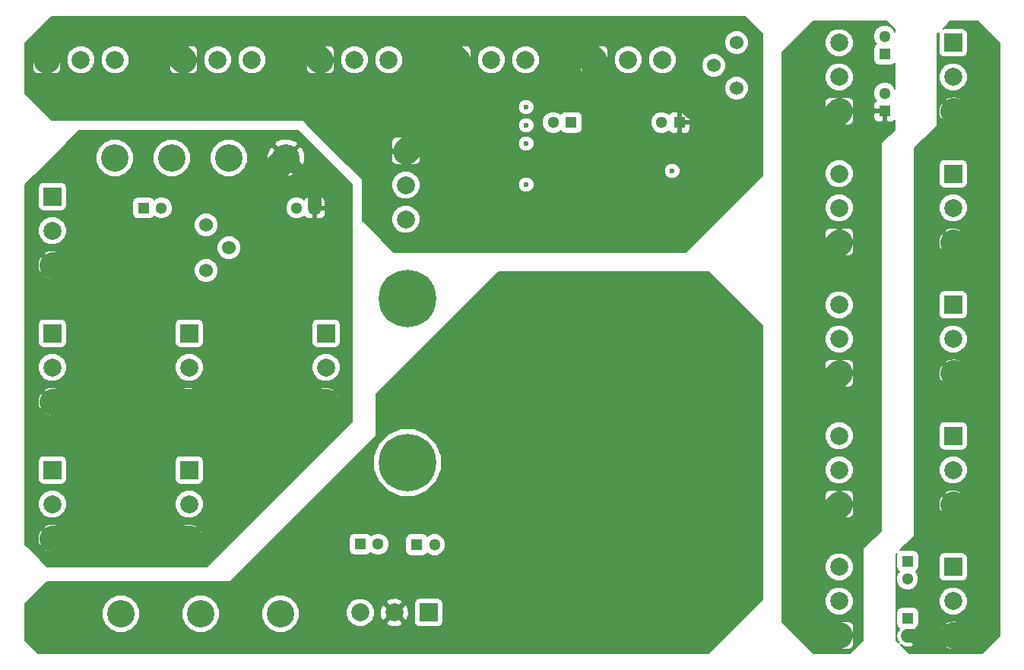
<source format=gbr>
G04 #@! TF.FileFunction,Copper,L3,Inr,Signal*
%FSLAX46Y46*%
G04 Gerber Fmt 4.6, Leading zero omitted, Abs format (unit mm)*
G04 Created by KiCad (PCBNEW 4.0.4-stable) date Mon Oct  3 10:35:52 2016*
%MOMM*%
%LPD*%
G01*
G04 APERTURE LIST*
%ADD10C,0.100000*%
%ADD11C,6.400000*%
%ADD12R,1.300000X1.300000*%
%ADD13C,1.300000*%
%ADD14C,2.000000*%
%ADD15R,2.000000X2.000000*%
%ADD16C,1.524000*%
%ADD17C,3.048000*%
%ADD18C,0.600000*%
%ADD19C,1.500000*%
%ADD20C,3.000000*%
%ADD21C,0.152400*%
G04 APERTURE END LIST*
D10*
D11*
X145288000Y-87884000D03*
D12*
X140017500Y-115252500D03*
D13*
X142017500Y-115252500D03*
D12*
X146304000Y-115316000D03*
D13*
X148304000Y-115316000D03*
D12*
X134937500Y-77787500D03*
D13*
X132937500Y-77787500D03*
D12*
X115887500Y-77787500D03*
D13*
X117887500Y-77787500D03*
D12*
X163512500Y-68262500D03*
D13*
X161512500Y-68262500D03*
D12*
X175577500Y-68262500D03*
D13*
X173577500Y-68262500D03*
D12*
X198437500Y-66992500D03*
D13*
X198437500Y-64992500D03*
D12*
X200977500Y-117157500D03*
D13*
X200977500Y-119157500D03*
D12*
X198437500Y-60642500D03*
D13*
X198437500Y-58642500D03*
D12*
X200977500Y-123507500D03*
D13*
X200977500Y-125507500D03*
D14*
X105727500Y-99377500D03*
D15*
X105727500Y-91757500D03*
D14*
X105727500Y-95567500D03*
X105727500Y-114617500D03*
D15*
X105727500Y-106997500D03*
D14*
X105727500Y-110807500D03*
X120967500Y-114617500D03*
D15*
X120967500Y-106997500D03*
D14*
X120967500Y-110807500D03*
X120967500Y-99377500D03*
D15*
X120967500Y-91757500D03*
D14*
X120967500Y-95567500D03*
X105727500Y-84137500D03*
D15*
X105727500Y-76517500D03*
D14*
X105727500Y-80327500D03*
X136207500Y-99377500D03*
D15*
X136207500Y-91757500D03*
D14*
X136207500Y-95567500D03*
X158432500Y-61277500D03*
D15*
X150812500Y-61277500D03*
D14*
X154622500Y-61277500D03*
X173672500Y-61277500D03*
D15*
X166052500Y-61277500D03*
D14*
X169862500Y-61277500D03*
X145097500Y-79057500D03*
D15*
X145097500Y-71437500D03*
D14*
X145097500Y-75247500D03*
X143192500Y-61277500D03*
D15*
X135572500Y-61277500D03*
D14*
X139382500Y-61277500D03*
X127952500Y-61277500D03*
D15*
X120332500Y-61277500D03*
D14*
X124142500Y-61277500D03*
X112712500Y-61277500D03*
D15*
X105092500Y-61277500D03*
D14*
X108902500Y-61277500D03*
X193357500Y-117792500D03*
D15*
X193357500Y-125412500D03*
D14*
X193357500Y-121602500D03*
X206057500Y-110807500D03*
D15*
X206057500Y-103187500D03*
D14*
X206057500Y-106997500D03*
X193357500Y-103187500D03*
D15*
X193357500Y-110807500D03*
D14*
X193357500Y-106997500D03*
X206057500Y-66992500D03*
D15*
X206057500Y-59372500D03*
D14*
X206057500Y-63182500D03*
X193357500Y-73977500D03*
D15*
X193357500Y-81597500D03*
D14*
X193357500Y-77787500D03*
X206057500Y-81597500D03*
D15*
X206057500Y-73977500D03*
D14*
X206057500Y-77787500D03*
X193357500Y-59372500D03*
D15*
X193357500Y-66992500D03*
D14*
X193357500Y-63182500D03*
X206057500Y-96202500D03*
D15*
X206057500Y-88582500D03*
D14*
X206057500Y-92392500D03*
X193357500Y-88582500D03*
D15*
X193357500Y-96202500D03*
D14*
X193357500Y-92392500D03*
X206057500Y-125412500D03*
D15*
X206057500Y-117792500D03*
D14*
X206057500Y-121602500D03*
X140017500Y-122872500D03*
D15*
X147637500Y-122872500D03*
D14*
X143827500Y-122872500D03*
D16*
X125412500Y-82232500D03*
X122872500Y-79692500D03*
X122872500Y-84772500D03*
X179387500Y-61912500D03*
X181927500Y-64452500D03*
X181927500Y-59372500D03*
D17*
X113347500Y-122999500D03*
X122237500Y-122999500D03*
X131127500Y-122999500D03*
X131762500Y-72199500D03*
X125412500Y-72199500D03*
X119062500Y-72199500D03*
X112712500Y-72199500D03*
D11*
X145288000Y-106172000D03*
D18*
X174752000Y-73660000D03*
X136652000Y-116840000D03*
X158496000Y-75184000D03*
X158496000Y-66548000D03*
X158496000Y-70612000D03*
X158496000Y-68580000D03*
X176784000Y-67056000D03*
X175768000Y-66040000D03*
X172720000Y-65024000D03*
X173736000Y-65024000D03*
D19*
X134937500Y-77787500D02*
X134937500Y-75374500D01*
X134937500Y-75374500D02*
X131762500Y-72199500D01*
D20*
X113284000Y-88392000D02*
X113284000Y-98869500D01*
X113284000Y-98869500D02*
X112776000Y-99377500D01*
X105727500Y-114617500D02*
X107886500Y-114617500D01*
X107886500Y-114617500D02*
X112776000Y-109728000D01*
X112776000Y-99377500D02*
X112776000Y-109728000D01*
X117665500Y-114617500D02*
X120967500Y-114617500D01*
X112776000Y-109728000D02*
X117665500Y-114617500D01*
X120967500Y-99377500D02*
X136207500Y-99377500D01*
X105727500Y-99377500D02*
X112776000Y-99377500D01*
X112776000Y-99377500D02*
X120967500Y-99377500D01*
X129032000Y-84328000D02*
X129032000Y-92964000D01*
X122618500Y-99377500D02*
X120967500Y-99377500D01*
X129032000Y-92964000D02*
X122618500Y-99377500D01*
X131762500Y-72199500D02*
X129032000Y-74930000D01*
X129032000Y-74930000D02*
X129032000Y-84328000D01*
X129032000Y-84328000D02*
X129032000Y-94996000D01*
X129032000Y-94996000D02*
X133413500Y-99377500D01*
X133413500Y-99377500D02*
X136207500Y-99377500D01*
X105727500Y-84137500D02*
X108521500Y-84137500D01*
X129032000Y-83820000D02*
X129032000Y-74930000D01*
X124460000Y-88392000D02*
X129032000Y-83820000D01*
X112776000Y-88392000D02*
X113284000Y-88392000D01*
X113284000Y-88392000D02*
X124460000Y-88392000D01*
X108521500Y-84137500D02*
X112776000Y-88392000D01*
X150812500Y-61277500D02*
X150812500Y-65722500D01*
X150812500Y-65722500D02*
X145097500Y-71437500D01*
X147447000Y-57912000D02*
X162687000Y-57912000D01*
X162687000Y-57912000D02*
X166052500Y-61277500D01*
X132080000Y-57912000D02*
X147447000Y-57912000D01*
X147447000Y-57912000D02*
X150812500Y-61277500D01*
X116840000Y-57912000D02*
X132080000Y-57912000D01*
X132080000Y-57912000D02*
X132207000Y-57912000D01*
X132207000Y-57912000D02*
X135572500Y-61277500D01*
X105092500Y-61277500D02*
X105092500Y-60007500D01*
X105092500Y-60007500D02*
X107188000Y-57912000D01*
X107188000Y-57912000D02*
X116840000Y-57912000D01*
X116840000Y-57912000D02*
X116967000Y-57912000D01*
X116967000Y-57912000D02*
X120332500Y-61277500D01*
D19*
X175768000Y-66040000D02*
X176784000Y-67056000D01*
X174752000Y-65024000D02*
X175768000Y-66040000D01*
X173736000Y-65024000D02*
X174752000Y-65024000D01*
X173736000Y-65024000D02*
X172720000Y-65024000D01*
D20*
X166052500Y-61277500D02*
X166052500Y-61912500D01*
X166052500Y-61912500D02*
X169164000Y-65024000D01*
X169164000Y-65024000D02*
X173736000Y-65024000D01*
D19*
X166052500Y-61912500D02*
X169164000Y-65024000D01*
X169164000Y-65024000D02*
X173736000Y-65024000D01*
D20*
X189484000Y-85471000D02*
X189484000Y-70866000D01*
X189484000Y-70866000D02*
X193357500Y-66992500D01*
X189484000Y-101092000D02*
X189484000Y-85471000D01*
X189484000Y-85471000D02*
X193357500Y-81597500D01*
X189484000Y-115316000D02*
X189484000Y-101092000D01*
X189484000Y-101092000D02*
X189484000Y-100076000D01*
X189484000Y-100076000D02*
X193357500Y-96202500D01*
X193357500Y-125412500D02*
X191452500Y-125412500D01*
X191452500Y-125412500D02*
X189484000Y-123444000D01*
X189484000Y-123444000D02*
X189484000Y-115316000D01*
X189484000Y-115316000D02*
X189484000Y-114681000D01*
X189484000Y-114681000D02*
X193357500Y-110807500D01*
D19*
X200977500Y-125507500D02*
X205962500Y-125507500D01*
X205962500Y-125507500D02*
X206057500Y-125412500D01*
D20*
X209296000Y-101600000D02*
X209296000Y-70231000D01*
X209296000Y-70231000D02*
X206057500Y-66992500D01*
X209296000Y-99441000D02*
X209296000Y-84836000D01*
X209296000Y-84836000D02*
X206057500Y-81597500D01*
X209296000Y-114046000D02*
X209296000Y-101600000D01*
X209296000Y-101600000D02*
X209296000Y-99441000D01*
X209296000Y-99441000D02*
X206057500Y-96202500D01*
X206057500Y-125412500D02*
X207327500Y-125412500D01*
X207327500Y-125412500D02*
X209296000Y-123444000D01*
X209296000Y-123444000D02*
X209296000Y-114046000D01*
X209296000Y-114046000D02*
X206057500Y-110807500D01*
D21*
G36*
X139115800Y-75215564D02*
X139115800Y-101568436D01*
X122904436Y-117779800D01*
X105187564Y-117779800D01*
X103182224Y-115774460D01*
X104821988Y-115774460D01*
X104927701Y-116020821D01*
X105525609Y-116220069D01*
X106154253Y-116175341D01*
X106527299Y-116020821D01*
X106633012Y-115774460D01*
X120061988Y-115774460D01*
X120167701Y-116020821D01*
X120765609Y-116220069D01*
X121394253Y-116175341D01*
X121767299Y-116020821D01*
X121873012Y-115774460D01*
X120967500Y-114868947D01*
X120061988Y-115774460D01*
X106633012Y-115774460D01*
X105727500Y-114868947D01*
X104821988Y-115774460D01*
X103182224Y-115774460D01*
X102692200Y-115284436D01*
X102692200Y-114415609D01*
X104124931Y-114415609D01*
X104169659Y-115044253D01*
X104324179Y-115417299D01*
X104570540Y-115523012D01*
X105476053Y-114617500D01*
X105978947Y-114617500D01*
X106884460Y-115523012D01*
X107130821Y-115417299D01*
X107330069Y-114819391D01*
X107301340Y-114415609D01*
X119364931Y-114415609D01*
X119409659Y-115044253D01*
X119564179Y-115417299D01*
X119810540Y-115523012D01*
X120716053Y-114617500D01*
X121218947Y-114617500D01*
X122124460Y-115523012D01*
X122370821Y-115417299D01*
X122570069Y-114819391D01*
X122525341Y-114190747D01*
X122370821Y-113817701D01*
X122124460Y-113711988D01*
X121218947Y-114617500D01*
X120716053Y-114617500D01*
X119810540Y-113711988D01*
X119564179Y-113817701D01*
X119364931Y-114415609D01*
X107301340Y-114415609D01*
X107285341Y-114190747D01*
X107130821Y-113817701D01*
X106884460Y-113711988D01*
X105978947Y-114617500D01*
X105476053Y-114617500D01*
X104570540Y-113711988D01*
X104324179Y-113817701D01*
X104124931Y-114415609D01*
X102692200Y-114415609D01*
X102692200Y-113460540D01*
X104821988Y-113460540D01*
X105727500Y-114366053D01*
X106633012Y-113460540D01*
X120061988Y-113460540D01*
X120967500Y-114366053D01*
X121873012Y-113460540D01*
X121767299Y-113214179D01*
X121169391Y-113014931D01*
X120540747Y-113059659D01*
X120167701Y-113214179D01*
X120061988Y-113460540D01*
X106633012Y-113460540D01*
X106527299Y-113214179D01*
X105929391Y-113014931D01*
X105300747Y-113059659D01*
X104927701Y-113214179D01*
X104821988Y-113460540D01*
X102692200Y-113460540D01*
X102692200Y-111121234D01*
X104143026Y-111121234D01*
X104383698Y-111703705D01*
X104828951Y-112149736D01*
X105411001Y-112391424D01*
X106041234Y-112391974D01*
X106623705Y-112151302D01*
X107069736Y-111706049D01*
X107311424Y-111123999D01*
X107311426Y-111121234D01*
X119383026Y-111121234D01*
X119623698Y-111703705D01*
X120068951Y-112149736D01*
X120651001Y-112391424D01*
X121281234Y-112391974D01*
X121863705Y-112151302D01*
X122309736Y-111706049D01*
X122551424Y-111123999D01*
X122551974Y-110493766D01*
X122311302Y-109911295D01*
X121866049Y-109465264D01*
X121283999Y-109223576D01*
X120653766Y-109223026D01*
X120071295Y-109463698D01*
X119625264Y-109908951D01*
X119383576Y-110491001D01*
X119383026Y-111121234D01*
X107311426Y-111121234D01*
X107311974Y-110493766D01*
X107071302Y-109911295D01*
X106626049Y-109465264D01*
X106043999Y-109223576D01*
X105413766Y-109223026D01*
X104831295Y-109463698D01*
X104385264Y-109908951D01*
X104143576Y-110491001D01*
X104143026Y-111121234D01*
X102692200Y-111121234D01*
X102692200Y-105997500D01*
X104131855Y-105997500D01*
X104131855Y-107997500D01*
X104172591Y-108213992D01*
X104300537Y-108412826D01*
X104495761Y-108546217D01*
X104727500Y-108593145D01*
X106727500Y-108593145D01*
X106943992Y-108552409D01*
X107142826Y-108424463D01*
X107276217Y-108229239D01*
X107323145Y-107997500D01*
X107323145Y-105997500D01*
X119371855Y-105997500D01*
X119371855Y-107997500D01*
X119412591Y-108213992D01*
X119540537Y-108412826D01*
X119735761Y-108546217D01*
X119967500Y-108593145D01*
X121967500Y-108593145D01*
X122183992Y-108552409D01*
X122382826Y-108424463D01*
X122516217Y-108229239D01*
X122563145Y-107997500D01*
X122563145Y-105997500D01*
X122522409Y-105781008D01*
X122394463Y-105582174D01*
X122199239Y-105448783D01*
X121967500Y-105401855D01*
X119967500Y-105401855D01*
X119751008Y-105442591D01*
X119552174Y-105570537D01*
X119418783Y-105765761D01*
X119371855Y-105997500D01*
X107323145Y-105997500D01*
X107282409Y-105781008D01*
X107154463Y-105582174D01*
X106959239Y-105448783D01*
X106727500Y-105401855D01*
X104727500Y-105401855D01*
X104511008Y-105442591D01*
X104312174Y-105570537D01*
X104178783Y-105765761D01*
X104131855Y-105997500D01*
X102692200Y-105997500D01*
X102692200Y-100534460D01*
X104821988Y-100534460D01*
X104927701Y-100780821D01*
X105525609Y-100980069D01*
X106154253Y-100935341D01*
X106527299Y-100780821D01*
X106633012Y-100534460D01*
X120061988Y-100534460D01*
X120167701Y-100780821D01*
X120765609Y-100980069D01*
X121394253Y-100935341D01*
X121767299Y-100780821D01*
X121873012Y-100534460D01*
X135301988Y-100534460D01*
X135407701Y-100780821D01*
X136005609Y-100980069D01*
X136634253Y-100935341D01*
X137007299Y-100780821D01*
X137113012Y-100534460D01*
X136207500Y-99628947D01*
X135301988Y-100534460D01*
X121873012Y-100534460D01*
X120967500Y-99628947D01*
X120061988Y-100534460D01*
X106633012Y-100534460D01*
X105727500Y-99628947D01*
X104821988Y-100534460D01*
X102692200Y-100534460D01*
X102692200Y-99175609D01*
X104124931Y-99175609D01*
X104169659Y-99804253D01*
X104324179Y-100177299D01*
X104570540Y-100283012D01*
X105476053Y-99377500D01*
X105978947Y-99377500D01*
X106884460Y-100283012D01*
X107130821Y-100177299D01*
X107330069Y-99579391D01*
X107301340Y-99175609D01*
X119364931Y-99175609D01*
X119409659Y-99804253D01*
X119564179Y-100177299D01*
X119810540Y-100283012D01*
X120716053Y-99377500D01*
X121218947Y-99377500D01*
X122124460Y-100283012D01*
X122370821Y-100177299D01*
X122570069Y-99579391D01*
X122541340Y-99175609D01*
X134604931Y-99175609D01*
X134649659Y-99804253D01*
X134804179Y-100177299D01*
X135050540Y-100283012D01*
X135956053Y-99377500D01*
X136458947Y-99377500D01*
X137364460Y-100283012D01*
X137610821Y-100177299D01*
X137810069Y-99579391D01*
X137765341Y-98950747D01*
X137610821Y-98577701D01*
X137364460Y-98471988D01*
X136458947Y-99377500D01*
X135956053Y-99377500D01*
X135050540Y-98471988D01*
X134804179Y-98577701D01*
X134604931Y-99175609D01*
X122541340Y-99175609D01*
X122525341Y-98950747D01*
X122370821Y-98577701D01*
X122124460Y-98471988D01*
X121218947Y-99377500D01*
X120716053Y-99377500D01*
X119810540Y-98471988D01*
X119564179Y-98577701D01*
X119364931Y-99175609D01*
X107301340Y-99175609D01*
X107285341Y-98950747D01*
X107130821Y-98577701D01*
X106884460Y-98471988D01*
X105978947Y-99377500D01*
X105476053Y-99377500D01*
X104570540Y-98471988D01*
X104324179Y-98577701D01*
X104124931Y-99175609D01*
X102692200Y-99175609D01*
X102692200Y-98220540D01*
X104821988Y-98220540D01*
X105727500Y-99126053D01*
X106633012Y-98220540D01*
X120061988Y-98220540D01*
X120967500Y-99126053D01*
X121873012Y-98220540D01*
X135301988Y-98220540D01*
X136207500Y-99126053D01*
X137113012Y-98220540D01*
X137007299Y-97974179D01*
X136409391Y-97774931D01*
X135780747Y-97819659D01*
X135407701Y-97974179D01*
X135301988Y-98220540D01*
X121873012Y-98220540D01*
X121767299Y-97974179D01*
X121169391Y-97774931D01*
X120540747Y-97819659D01*
X120167701Y-97974179D01*
X120061988Y-98220540D01*
X106633012Y-98220540D01*
X106527299Y-97974179D01*
X105929391Y-97774931D01*
X105300747Y-97819659D01*
X104927701Y-97974179D01*
X104821988Y-98220540D01*
X102692200Y-98220540D01*
X102692200Y-95881234D01*
X104143026Y-95881234D01*
X104383698Y-96463705D01*
X104828951Y-96909736D01*
X105411001Y-97151424D01*
X106041234Y-97151974D01*
X106623705Y-96911302D01*
X107069736Y-96466049D01*
X107311424Y-95883999D01*
X107311426Y-95881234D01*
X119383026Y-95881234D01*
X119623698Y-96463705D01*
X120068951Y-96909736D01*
X120651001Y-97151424D01*
X121281234Y-97151974D01*
X121863705Y-96911302D01*
X122309736Y-96466049D01*
X122551424Y-95883999D01*
X122551426Y-95881234D01*
X134623026Y-95881234D01*
X134863698Y-96463705D01*
X135308951Y-96909736D01*
X135891001Y-97151424D01*
X136521234Y-97151974D01*
X137103705Y-96911302D01*
X137549736Y-96466049D01*
X137791424Y-95883999D01*
X137791974Y-95253766D01*
X137551302Y-94671295D01*
X137106049Y-94225264D01*
X136523999Y-93983576D01*
X135893766Y-93983026D01*
X135311295Y-94223698D01*
X134865264Y-94668951D01*
X134623576Y-95251001D01*
X134623026Y-95881234D01*
X122551426Y-95881234D01*
X122551974Y-95253766D01*
X122311302Y-94671295D01*
X121866049Y-94225264D01*
X121283999Y-93983576D01*
X120653766Y-93983026D01*
X120071295Y-94223698D01*
X119625264Y-94668951D01*
X119383576Y-95251001D01*
X119383026Y-95881234D01*
X107311426Y-95881234D01*
X107311974Y-95253766D01*
X107071302Y-94671295D01*
X106626049Y-94225264D01*
X106043999Y-93983576D01*
X105413766Y-93983026D01*
X104831295Y-94223698D01*
X104385264Y-94668951D01*
X104143576Y-95251001D01*
X104143026Y-95881234D01*
X102692200Y-95881234D01*
X102692200Y-90757500D01*
X104131855Y-90757500D01*
X104131855Y-92757500D01*
X104172591Y-92973992D01*
X104300537Y-93172826D01*
X104495761Y-93306217D01*
X104727500Y-93353145D01*
X106727500Y-93353145D01*
X106943992Y-93312409D01*
X107142826Y-93184463D01*
X107276217Y-92989239D01*
X107323145Y-92757500D01*
X107323145Y-90757500D01*
X119371855Y-90757500D01*
X119371855Y-92757500D01*
X119412591Y-92973992D01*
X119540537Y-93172826D01*
X119735761Y-93306217D01*
X119967500Y-93353145D01*
X121967500Y-93353145D01*
X122183992Y-93312409D01*
X122382826Y-93184463D01*
X122516217Y-92989239D01*
X122563145Y-92757500D01*
X122563145Y-90757500D01*
X134611855Y-90757500D01*
X134611855Y-92757500D01*
X134652591Y-92973992D01*
X134780537Y-93172826D01*
X134975761Y-93306217D01*
X135207500Y-93353145D01*
X137207500Y-93353145D01*
X137423992Y-93312409D01*
X137622826Y-93184463D01*
X137756217Y-92989239D01*
X137803145Y-92757500D01*
X137803145Y-90757500D01*
X137762409Y-90541008D01*
X137634463Y-90342174D01*
X137439239Y-90208783D01*
X137207500Y-90161855D01*
X135207500Y-90161855D01*
X134991008Y-90202591D01*
X134792174Y-90330537D01*
X134658783Y-90525761D01*
X134611855Y-90757500D01*
X122563145Y-90757500D01*
X122522409Y-90541008D01*
X122394463Y-90342174D01*
X122199239Y-90208783D01*
X121967500Y-90161855D01*
X119967500Y-90161855D01*
X119751008Y-90202591D01*
X119552174Y-90330537D01*
X119418783Y-90525761D01*
X119371855Y-90757500D01*
X107323145Y-90757500D01*
X107282409Y-90541008D01*
X107154463Y-90342174D01*
X106959239Y-90208783D01*
X106727500Y-90161855D01*
X104727500Y-90161855D01*
X104511008Y-90202591D01*
X104312174Y-90330537D01*
X104178783Y-90525761D01*
X104131855Y-90757500D01*
X102692200Y-90757500D01*
X102692200Y-85294460D01*
X104821988Y-85294460D01*
X104927701Y-85540821D01*
X105525609Y-85740069D01*
X106154253Y-85695341D01*
X106527299Y-85540821D01*
X106633012Y-85294460D01*
X105727500Y-84388947D01*
X104821988Y-85294460D01*
X102692200Y-85294460D01*
X102692200Y-83935609D01*
X104124931Y-83935609D01*
X104169659Y-84564253D01*
X104324179Y-84937299D01*
X104570540Y-85043012D01*
X105476053Y-84137500D01*
X105978947Y-84137500D01*
X106884460Y-85043012D01*
X106893574Y-85039101D01*
X121526066Y-85039101D01*
X121730581Y-85534065D01*
X122108943Y-85913088D01*
X122603549Y-86118466D01*
X123139101Y-86118934D01*
X123634065Y-85914419D01*
X124013088Y-85536057D01*
X124218466Y-85041451D01*
X124218934Y-84505899D01*
X124014419Y-84010935D01*
X123636057Y-83631912D01*
X123141451Y-83426534D01*
X122605899Y-83426066D01*
X122110935Y-83630581D01*
X121731912Y-84008943D01*
X121526534Y-84503549D01*
X121526066Y-85039101D01*
X106893574Y-85039101D01*
X107130821Y-84937299D01*
X107330069Y-84339391D01*
X107285341Y-83710747D01*
X107130821Y-83337701D01*
X106884460Y-83231988D01*
X105978947Y-84137500D01*
X105476053Y-84137500D01*
X104570540Y-83231988D01*
X104324179Y-83337701D01*
X104124931Y-83935609D01*
X102692200Y-83935609D01*
X102692200Y-82980540D01*
X104821988Y-82980540D01*
X105727500Y-83886053D01*
X106633012Y-82980540D01*
X106527299Y-82734179D01*
X105929391Y-82534931D01*
X105300747Y-82579659D01*
X104927701Y-82734179D01*
X104821988Y-82980540D01*
X102692200Y-82980540D01*
X102692200Y-82499101D01*
X124066066Y-82499101D01*
X124270581Y-82994065D01*
X124648943Y-83373088D01*
X125143549Y-83578466D01*
X125679101Y-83578934D01*
X126174065Y-83374419D01*
X126553088Y-82996057D01*
X126758466Y-82501451D01*
X126758934Y-81965899D01*
X126554419Y-81470935D01*
X126176057Y-81091912D01*
X125681451Y-80886534D01*
X125145899Y-80886066D01*
X124650935Y-81090581D01*
X124271912Y-81468943D01*
X124066534Y-81963549D01*
X124066066Y-82499101D01*
X102692200Y-82499101D01*
X102692200Y-80641234D01*
X104143026Y-80641234D01*
X104383698Y-81223705D01*
X104828951Y-81669736D01*
X105411001Y-81911424D01*
X106041234Y-81911974D01*
X106623705Y-81671302D01*
X107069736Y-81226049D01*
X107311424Y-80643999D01*
X107311974Y-80013766D01*
X107289387Y-79959101D01*
X121526066Y-79959101D01*
X121730581Y-80454065D01*
X122108943Y-80833088D01*
X122603549Y-81038466D01*
X123139101Y-81038934D01*
X123634065Y-80834419D01*
X124013088Y-80456057D01*
X124218466Y-79961451D01*
X124218934Y-79425899D01*
X124014419Y-78930935D01*
X123636057Y-78551912D01*
X123141451Y-78346534D01*
X122605899Y-78346066D01*
X122110935Y-78550581D01*
X121731912Y-78928943D01*
X121526534Y-79423549D01*
X121526066Y-79959101D01*
X107289387Y-79959101D01*
X107071302Y-79431295D01*
X106626049Y-78985264D01*
X106043999Y-78743576D01*
X105413766Y-78743026D01*
X104831295Y-78983698D01*
X104385264Y-79428951D01*
X104143576Y-80011001D01*
X104143026Y-80641234D01*
X102692200Y-80641234D01*
X102692200Y-75517500D01*
X104131855Y-75517500D01*
X104131855Y-77517500D01*
X104172591Y-77733992D01*
X104300537Y-77932826D01*
X104495761Y-78066217D01*
X104727500Y-78113145D01*
X106727500Y-78113145D01*
X106943992Y-78072409D01*
X107142826Y-77944463D01*
X107276217Y-77749239D01*
X107323145Y-77517500D01*
X107323145Y-77137500D01*
X114641855Y-77137500D01*
X114641855Y-78437500D01*
X114682591Y-78653992D01*
X114810537Y-78852826D01*
X115005761Y-78986217D01*
X115237500Y-79033145D01*
X116537500Y-79033145D01*
X116753992Y-78992409D01*
X116952826Y-78864463D01*
X117060855Y-78706358D01*
X117187469Y-78833193D01*
X117640925Y-79021485D01*
X118131920Y-79021913D01*
X118585705Y-78834414D01*
X118933193Y-78487531D01*
X119121485Y-78034075D01*
X119121486Y-78031920D01*
X131703087Y-78031920D01*
X131890586Y-78485705D01*
X132237469Y-78833193D01*
X132690925Y-79021485D01*
X133181920Y-79021913D01*
X133635705Y-78834414D01*
X133765786Y-78704559D01*
X133792239Y-78768422D01*
X133956577Y-78932761D01*
X134171295Y-79021700D01*
X134613650Y-79021700D01*
X134759700Y-78875650D01*
X134759700Y-77965300D01*
X135115300Y-77965300D01*
X135115300Y-78875650D01*
X135261350Y-79021700D01*
X135703705Y-79021700D01*
X135918423Y-78932761D01*
X136082761Y-78768422D01*
X136171700Y-78553704D01*
X136171700Y-78111350D01*
X136025650Y-77965300D01*
X135115300Y-77965300D01*
X134759700Y-77965300D01*
X134739700Y-77965300D01*
X134739700Y-77609700D01*
X134759700Y-77609700D01*
X134759700Y-76699350D01*
X135115300Y-76699350D01*
X135115300Y-77609700D01*
X136025650Y-77609700D01*
X136171700Y-77463650D01*
X136171700Y-77021296D01*
X136082761Y-76806578D01*
X135918423Y-76642239D01*
X135703705Y-76553300D01*
X135261350Y-76553300D01*
X135115300Y-76699350D01*
X134759700Y-76699350D01*
X134613650Y-76553300D01*
X134171295Y-76553300D01*
X133956577Y-76642239D01*
X133792239Y-76806578D01*
X133765832Y-76870331D01*
X133637531Y-76741807D01*
X133184075Y-76553515D01*
X132693080Y-76553087D01*
X132239295Y-76740586D01*
X131891807Y-77087469D01*
X131703515Y-77540925D01*
X131703087Y-78031920D01*
X119121486Y-78031920D01*
X119121913Y-77543080D01*
X118934414Y-77089295D01*
X118587531Y-76741807D01*
X118134075Y-76553515D01*
X117643080Y-76553087D01*
X117189295Y-76740586D01*
X117059613Y-76870042D01*
X116964463Y-76722174D01*
X116769239Y-76588783D01*
X116537500Y-76541855D01*
X115237500Y-76541855D01*
X115021008Y-76582591D01*
X114822174Y-76710537D01*
X114688783Y-76905761D01*
X114641855Y-77137500D01*
X107323145Y-77137500D01*
X107323145Y-75517500D01*
X107282409Y-75301008D01*
X107154463Y-75102174D01*
X106959239Y-74968783D01*
X106727500Y-74921855D01*
X104727500Y-74921855D01*
X104511008Y-74962591D01*
X104312174Y-75090537D01*
X104178783Y-75285761D01*
X104131855Y-75517500D01*
X102692200Y-75517500D01*
X102692200Y-75215564D01*
X105290757Y-72617007D01*
X110603935Y-72617007D01*
X110924213Y-73392139D01*
X111516741Y-73985703D01*
X112291313Y-74307333D01*
X113130007Y-74308065D01*
X113905139Y-73987787D01*
X114498703Y-73395259D01*
X114820333Y-72620687D01*
X114820336Y-72617007D01*
X116953935Y-72617007D01*
X117274213Y-73392139D01*
X117866741Y-73985703D01*
X118641313Y-74307333D01*
X119480007Y-74308065D01*
X120255139Y-73987787D01*
X120848703Y-73395259D01*
X121170333Y-72620687D01*
X121170336Y-72617007D01*
X123303935Y-72617007D01*
X123624213Y-73392139D01*
X124216741Y-73985703D01*
X124991313Y-74307333D01*
X125830007Y-74308065D01*
X126605139Y-73987787D01*
X126857077Y-73736288D01*
X130477159Y-73736288D01*
X130647227Y-74037033D01*
X131435316Y-74323956D01*
X132273215Y-74287449D01*
X132877773Y-74037033D01*
X133047841Y-73736288D01*
X131762500Y-72450947D01*
X130477159Y-73736288D01*
X126857077Y-73736288D01*
X127198703Y-73395259D01*
X127520333Y-72620687D01*
X127520986Y-71872316D01*
X129638044Y-71872316D01*
X129674551Y-72710215D01*
X129924967Y-73314773D01*
X130225712Y-73484841D01*
X131511053Y-72199500D01*
X132013947Y-72199500D01*
X133299288Y-73484841D01*
X133600033Y-73314773D01*
X133886956Y-72526684D01*
X133850449Y-71688785D01*
X133600033Y-71084227D01*
X133299288Y-70914159D01*
X132013947Y-72199500D01*
X131511053Y-72199500D01*
X130225712Y-70914159D01*
X129924967Y-71084227D01*
X129638044Y-71872316D01*
X127520986Y-71872316D01*
X127521065Y-71781993D01*
X127200787Y-71006861D01*
X126857239Y-70662712D01*
X130477159Y-70662712D01*
X131762500Y-71948053D01*
X133047841Y-70662712D01*
X132877773Y-70361967D01*
X132089684Y-70075044D01*
X131251785Y-70111551D01*
X130647227Y-70361967D01*
X130477159Y-70662712D01*
X126857239Y-70662712D01*
X126608259Y-70413297D01*
X125833687Y-70091667D01*
X124994993Y-70090935D01*
X124219861Y-70411213D01*
X123626297Y-71003741D01*
X123304667Y-71778313D01*
X123303935Y-72617007D01*
X121170336Y-72617007D01*
X121171065Y-71781993D01*
X120850787Y-71006861D01*
X120258259Y-70413297D01*
X119483687Y-70091667D01*
X118644993Y-70090935D01*
X117869861Y-70411213D01*
X117276297Y-71003741D01*
X116954667Y-71778313D01*
X116953935Y-72617007D01*
X114820336Y-72617007D01*
X114821065Y-71781993D01*
X114500787Y-71006861D01*
X113908259Y-70413297D01*
X113133687Y-70091667D01*
X112294993Y-70090935D01*
X111519861Y-70411213D01*
X110926297Y-71003741D01*
X110604667Y-71778313D01*
X110603935Y-72617007D01*
X105290757Y-72617007D01*
X108743564Y-69164200D01*
X133064436Y-69164200D01*
X139115800Y-75215564D01*
X139115800Y-75215564D01*
G37*
X139115800Y-75215564D02*
X139115800Y-101568436D01*
X122904436Y-117779800D01*
X105187564Y-117779800D01*
X103182224Y-115774460D01*
X104821988Y-115774460D01*
X104927701Y-116020821D01*
X105525609Y-116220069D01*
X106154253Y-116175341D01*
X106527299Y-116020821D01*
X106633012Y-115774460D01*
X120061988Y-115774460D01*
X120167701Y-116020821D01*
X120765609Y-116220069D01*
X121394253Y-116175341D01*
X121767299Y-116020821D01*
X121873012Y-115774460D01*
X120967500Y-114868947D01*
X120061988Y-115774460D01*
X106633012Y-115774460D01*
X105727500Y-114868947D01*
X104821988Y-115774460D01*
X103182224Y-115774460D01*
X102692200Y-115284436D01*
X102692200Y-114415609D01*
X104124931Y-114415609D01*
X104169659Y-115044253D01*
X104324179Y-115417299D01*
X104570540Y-115523012D01*
X105476053Y-114617500D01*
X105978947Y-114617500D01*
X106884460Y-115523012D01*
X107130821Y-115417299D01*
X107330069Y-114819391D01*
X107301340Y-114415609D01*
X119364931Y-114415609D01*
X119409659Y-115044253D01*
X119564179Y-115417299D01*
X119810540Y-115523012D01*
X120716053Y-114617500D01*
X121218947Y-114617500D01*
X122124460Y-115523012D01*
X122370821Y-115417299D01*
X122570069Y-114819391D01*
X122525341Y-114190747D01*
X122370821Y-113817701D01*
X122124460Y-113711988D01*
X121218947Y-114617500D01*
X120716053Y-114617500D01*
X119810540Y-113711988D01*
X119564179Y-113817701D01*
X119364931Y-114415609D01*
X107301340Y-114415609D01*
X107285341Y-114190747D01*
X107130821Y-113817701D01*
X106884460Y-113711988D01*
X105978947Y-114617500D01*
X105476053Y-114617500D01*
X104570540Y-113711988D01*
X104324179Y-113817701D01*
X104124931Y-114415609D01*
X102692200Y-114415609D01*
X102692200Y-113460540D01*
X104821988Y-113460540D01*
X105727500Y-114366053D01*
X106633012Y-113460540D01*
X120061988Y-113460540D01*
X120967500Y-114366053D01*
X121873012Y-113460540D01*
X121767299Y-113214179D01*
X121169391Y-113014931D01*
X120540747Y-113059659D01*
X120167701Y-113214179D01*
X120061988Y-113460540D01*
X106633012Y-113460540D01*
X106527299Y-113214179D01*
X105929391Y-113014931D01*
X105300747Y-113059659D01*
X104927701Y-113214179D01*
X104821988Y-113460540D01*
X102692200Y-113460540D01*
X102692200Y-111121234D01*
X104143026Y-111121234D01*
X104383698Y-111703705D01*
X104828951Y-112149736D01*
X105411001Y-112391424D01*
X106041234Y-112391974D01*
X106623705Y-112151302D01*
X107069736Y-111706049D01*
X107311424Y-111123999D01*
X107311426Y-111121234D01*
X119383026Y-111121234D01*
X119623698Y-111703705D01*
X120068951Y-112149736D01*
X120651001Y-112391424D01*
X121281234Y-112391974D01*
X121863705Y-112151302D01*
X122309736Y-111706049D01*
X122551424Y-111123999D01*
X122551974Y-110493766D01*
X122311302Y-109911295D01*
X121866049Y-109465264D01*
X121283999Y-109223576D01*
X120653766Y-109223026D01*
X120071295Y-109463698D01*
X119625264Y-109908951D01*
X119383576Y-110491001D01*
X119383026Y-111121234D01*
X107311426Y-111121234D01*
X107311974Y-110493766D01*
X107071302Y-109911295D01*
X106626049Y-109465264D01*
X106043999Y-109223576D01*
X105413766Y-109223026D01*
X104831295Y-109463698D01*
X104385264Y-109908951D01*
X104143576Y-110491001D01*
X104143026Y-111121234D01*
X102692200Y-111121234D01*
X102692200Y-105997500D01*
X104131855Y-105997500D01*
X104131855Y-107997500D01*
X104172591Y-108213992D01*
X104300537Y-108412826D01*
X104495761Y-108546217D01*
X104727500Y-108593145D01*
X106727500Y-108593145D01*
X106943992Y-108552409D01*
X107142826Y-108424463D01*
X107276217Y-108229239D01*
X107323145Y-107997500D01*
X107323145Y-105997500D01*
X119371855Y-105997500D01*
X119371855Y-107997500D01*
X119412591Y-108213992D01*
X119540537Y-108412826D01*
X119735761Y-108546217D01*
X119967500Y-108593145D01*
X121967500Y-108593145D01*
X122183992Y-108552409D01*
X122382826Y-108424463D01*
X122516217Y-108229239D01*
X122563145Y-107997500D01*
X122563145Y-105997500D01*
X122522409Y-105781008D01*
X122394463Y-105582174D01*
X122199239Y-105448783D01*
X121967500Y-105401855D01*
X119967500Y-105401855D01*
X119751008Y-105442591D01*
X119552174Y-105570537D01*
X119418783Y-105765761D01*
X119371855Y-105997500D01*
X107323145Y-105997500D01*
X107282409Y-105781008D01*
X107154463Y-105582174D01*
X106959239Y-105448783D01*
X106727500Y-105401855D01*
X104727500Y-105401855D01*
X104511008Y-105442591D01*
X104312174Y-105570537D01*
X104178783Y-105765761D01*
X104131855Y-105997500D01*
X102692200Y-105997500D01*
X102692200Y-100534460D01*
X104821988Y-100534460D01*
X104927701Y-100780821D01*
X105525609Y-100980069D01*
X106154253Y-100935341D01*
X106527299Y-100780821D01*
X106633012Y-100534460D01*
X120061988Y-100534460D01*
X120167701Y-100780821D01*
X120765609Y-100980069D01*
X121394253Y-100935341D01*
X121767299Y-100780821D01*
X121873012Y-100534460D01*
X135301988Y-100534460D01*
X135407701Y-100780821D01*
X136005609Y-100980069D01*
X136634253Y-100935341D01*
X137007299Y-100780821D01*
X137113012Y-100534460D01*
X136207500Y-99628947D01*
X135301988Y-100534460D01*
X121873012Y-100534460D01*
X120967500Y-99628947D01*
X120061988Y-100534460D01*
X106633012Y-100534460D01*
X105727500Y-99628947D01*
X104821988Y-100534460D01*
X102692200Y-100534460D01*
X102692200Y-99175609D01*
X104124931Y-99175609D01*
X104169659Y-99804253D01*
X104324179Y-100177299D01*
X104570540Y-100283012D01*
X105476053Y-99377500D01*
X105978947Y-99377500D01*
X106884460Y-100283012D01*
X107130821Y-100177299D01*
X107330069Y-99579391D01*
X107301340Y-99175609D01*
X119364931Y-99175609D01*
X119409659Y-99804253D01*
X119564179Y-100177299D01*
X119810540Y-100283012D01*
X120716053Y-99377500D01*
X121218947Y-99377500D01*
X122124460Y-100283012D01*
X122370821Y-100177299D01*
X122570069Y-99579391D01*
X122541340Y-99175609D01*
X134604931Y-99175609D01*
X134649659Y-99804253D01*
X134804179Y-100177299D01*
X135050540Y-100283012D01*
X135956053Y-99377500D01*
X136458947Y-99377500D01*
X137364460Y-100283012D01*
X137610821Y-100177299D01*
X137810069Y-99579391D01*
X137765341Y-98950747D01*
X137610821Y-98577701D01*
X137364460Y-98471988D01*
X136458947Y-99377500D01*
X135956053Y-99377500D01*
X135050540Y-98471988D01*
X134804179Y-98577701D01*
X134604931Y-99175609D01*
X122541340Y-99175609D01*
X122525341Y-98950747D01*
X122370821Y-98577701D01*
X122124460Y-98471988D01*
X121218947Y-99377500D01*
X120716053Y-99377500D01*
X119810540Y-98471988D01*
X119564179Y-98577701D01*
X119364931Y-99175609D01*
X107301340Y-99175609D01*
X107285341Y-98950747D01*
X107130821Y-98577701D01*
X106884460Y-98471988D01*
X105978947Y-99377500D01*
X105476053Y-99377500D01*
X104570540Y-98471988D01*
X104324179Y-98577701D01*
X104124931Y-99175609D01*
X102692200Y-99175609D01*
X102692200Y-98220540D01*
X104821988Y-98220540D01*
X105727500Y-99126053D01*
X106633012Y-98220540D01*
X120061988Y-98220540D01*
X120967500Y-99126053D01*
X121873012Y-98220540D01*
X135301988Y-98220540D01*
X136207500Y-99126053D01*
X137113012Y-98220540D01*
X137007299Y-97974179D01*
X136409391Y-97774931D01*
X135780747Y-97819659D01*
X135407701Y-97974179D01*
X135301988Y-98220540D01*
X121873012Y-98220540D01*
X121767299Y-97974179D01*
X121169391Y-97774931D01*
X120540747Y-97819659D01*
X120167701Y-97974179D01*
X120061988Y-98220540D01*
X106633012Y-98220540D01*
X106527299Y-97974179D01*
X105929391Y-97774931D01*
X105300747Y-97819659D01*
X104927701Y-97974179D01*
X104821988Y-98220540D01*
X102692200Y-98220540D01*
X102692200Y-95881234D01*
X104143026Y-95881234D01*
X104383698Y-96463705D01*
X104828951Y-96909736D01*
X105411001Y-97151424D01*
X106041234Y-97151974D01*
X106623705Y-96911302D01*
X107069736Y-96466049D01*
X107311424Y-95883999D01*
X107311426Y-95881234D01*
X119383026Y-95881234D01*
X119623698Y-96463705D01*
X120068951Y-96909736D01*
X120651001Y-97151424D01*
X121281234Y-97151974D01*
X121863705Y-96911302D01*
X122309736Y-96466049D01*
X122551424Y-95883999D01*
X122551426Y-95881234D01*
X134623026Y-95881234D01*
X134863698Y-96463705D01*
X135308951Y-96909736D01*
X135891001Y-97151424D01*
X136521234Y-97151974D01*
X137103705Y-96911302D01*
X137549736Y-96466049D01*
X137791424Y-95883999D01*
X137791974Y-95253766D01*
X137551302Y-94671295D01*
X137106049Y-94225264D01*
X136523999Y-93983576D01*
X135893766Y-93983026D01*
X135311295Y-94223698D01*
X134865264Y-94668951D01*
X134623576Y-95251001D01*
X134623026Y-95881234D01*
X122551426Y-95881234D01*
X122551974Y-95253766D01*
X122311302Y-94671295D01*
X121866049Y-94225264D01*
X121283999Y-93983576D01*
X120653766Y-93983026D01*
X120071295Y-94223698D01*
X119625264Y-94668951D01*
X119383576Y-95251001D01*
X119383026Y-95881234D01*
X107311426Y-95881234D01*
X107311974Y-95253766D01*
X107071302Y-94671295D01*
X106626049Y-94225264D01*
X106043999Y-93983576D01*
X105413766Y-93983026D01*
X104831295Y-94223698D01*
X104385264Y-94668951D01*
X104143576Y-95251001D01*
X104143026Y-95881234D01*
X102692200Y-95881234D01*
X102692200Y-90757500D01*
X104131855Y-90757500D01*
X104131855Y-92757500D01*
X104172591Y-92973992D01*
X104300537Y-93172826D01*
X104495761Y-93306217D01*
X104727500Y-93353145D01*
X106727500Y-93353145D01*
X106943992Y-93312409D01*
X107142826Y-93184463D01*
X107276217Y-92989239D01*
X107323145Y-92757500D01*
X107323145Y-90757500D01*
X119371855Y-90757500D01*
X119371855Y-92757500D01*
X119412591Y-92973992D01*
X119540537Y-93172826D01*
X119735761Y-93306217D01*
X119967500Y-93353145D01*
X121967500Y-93353145D01*
X122183992Y-93312409D01*
X122382826Y-93184463D01*
X122516217Y-92989239D01*
X122563145Y-92757500D01*
X122563145Y-90757500D01*
X134611855Y-90757500D01*
X134611855Y-92757500D01*
X134652591Y-92973992D01*
X134780537Y-93172826D01*
X134975761Y-93306217D01*
X135207500Y-93353145D01*
X137207500Y-93353145D01*
X137423992Y-93312409D01*
X137622826Y-93184463D01*
X137756217Y-92989239D01*
X137803145Y-92757500D01*
X137803145Y-90757500D01*
X137762409Y-90541008D01*
X137634463Y-90342174D01*
X137439239Y-90208783D01*
X137207500Y-90161855D01*
X135207500Y-90161855D01*
X134991008Y-90202591D01*
X134792174Y-90330537D01*
X134658783Y-90525761D01*
X134611855Y-90757500D01*
X122563145Y-90757500D01*
X122522409Y-90541008D01*
X122394463Y-90342174D01*
X122199239Y-90208783D01*
X121967500Y-90161855D01*
X119967500Y-90161855D01*
X119751008Y-90202591D01*
X119552174Y-90330537D01*
X119418783Y-90525761D01*
X119371855Y-90757500D01*
X107323145Y-90757500D01*
X107282409Y-90541008D01*
X107154463Y-90342174D01*
X106959239Y-90208783D01*
X106727500Y-90161855D01*
X104727500Y-90161855D01*
X104511008Y-90202591D01*
X104312174Y-90330537D01*
X104178783Y-90525761D01*
X104131855Y-90757500D01*
X102692200Y-90757500D01*
X102692200Y-85294460D01*
X104821988Y-85294460D01*
X104927701Y-85540821D01*
X105525609Y-85740069D01*
X106154253Y-85695341D01*
X106527299Y-85540821D01*
X106633012Y-85294460D01*
X105727500Y-84388947D01*
X104821988Y-85294460D01*
X102692200Y-85294460D01*
X102692200Y-83935609D01*
X104124931Y-83935609D01*
X104169659Y-84564253D01*
X104324179Y-84937299D01*
X104570540Y-85043012D01*
X105476053Y-84137500D01*
X105978947Y-84137500D01*
X106884460Y-85043012D01*
X106893574Y-85039101D01*
X121526066Y-85039101D01*
X121730581Y-85534065D01*
X122108943Y-85913088D01*
X122603549Y-86118466D01*
X123139101Y-86118934D01*
X123634065Y-85914419D01*
X124013088Y-85536057D01*
X124218466Y-85041451D01*
X124218934Y-84505899D01*
X124014419Y-84010935D01*
X123636057Y-83631912D01*
X123141451Y-83426534D01*
X122605899Y-83426066D01*
X122110935Y-83630581D01*
X121731912Y-84008943D01*
X121526534Y-84503549D01*
X121526066Y-85039101D01*
X106893574Y-85039101D01*
X107130821Y-84937299D01*
X107330069Y-84339391D01*
X107285341Y-83710747D01*
X107130821Y-83337701D01*
X106884460Y-83231988D01*
X105978947Y-84137500D01*
X105476053Y-84137500D01*
X104570540Y-83231988D01*
X104324179Y-83337701D01*
X104124931Y-83935609D01*
X102692200Y-83935609D01*
X102692200Y-82980540D01*
X104821988Y-82980540D01*
X105727500Y-83886053D01*
X106633012Y-82980540D01*
X106527299Y-82734179D01*
X105929391Y-82534931D01*
X105300747Y-82579659D01*
X104927701Y-82734179D01*
X104821988Y-82980540D01*
X102692200Y-82980540D01*
X102692200Y-82499101D01*
X124066066Y-82499101D01*
X124270581Y-82994065D01*
X124648943Y-83373088D01*
X125143549Y-83578466D01*
X125679101Y-83578934D01*
X126174065Y-83374419D01*
X126553088Y-82996057D01*
X126758466Y-82501451D01*
X126758934Y-81965899D01*
X126554419Y-81470935D01*
X126176057Y-81091912D01*
X125681451Y-80886534D01*
X125145899Y-80886066D01*
X124650935Y-81090581D01*
X124271912Y-81468943D01*
X124066534Y-81963549D01*
X124066066Y-82499101D01*
X102692200Y-82499101D01*
X102692200Y-80641234D01*
X104143026Y-80641234D01*
X104383698Y-81223705D01*
X104828951Y-81669736D01*
X105411001Y-81911424D01*
X106041234Y-81911974D01*
X106623705Y-81671302D01*
X107069736Y-81226049D01*
X107311424Y-80643999D01*
X107311974Y-80013766D01*
X107289387Y-79959101D01*
X121526066Y-79959101D01*
X121730581Y-80454065D01*
X122108943Y-80833088D01*
X122603549Y-81038466D01*
X123139101Y-81038934D01*
X123634065Y-80834419D01*
X124013088Y-80456057D01*
X124218466Y-79961451D01*
X124218934Y-79425899D01*
X124014419Y-78930935D01*
X123636057Y-78551912D01*
X123141451Y-78346534D01*
X122605899Y-78346066D01*
X122110935Y-78550581D01*
X121731912Y-78928943D01*
X121526534Y-79423549D01*
X121526066Y-79959101D01*
X107289387Y-79959101D01*
X107071302Y-79431295D01*
X106626049Y-78985264D01*
X106043999Y-78743576D01*
X105413766Y-78743026D01*
X104831295Y-78983698D01*
X104385264Y-79428951D01*
X104143576Y-80011001D01*
X104143026Y-80641234D01*
X102692200Y-80641234D01*
X102692200Y-75517500D01*
X104131855Y-75517500D01*
X104131855Y-77517500D01*
X104172591Y-77733992D01*
X104300537Y-77932826D01*
X104495761Y-78066217D01*
X104727500Y-78113145D01*
X106727500Y-78113145D01*
X106943992Y-78072409D01*
X107142826Y-77944463D01*
X107276217Y-77749239D01*
X107323145Y-77517500D01*
X107323145Y-77137500D01*
X114641855Y-77137500D01*
X114641855Y-78437500D01*
X114682591Y-78653992D01*
X114810537Y-78852826D01*
X115005761Y-78986217D01*
X115237500Y-79033145D01*
X116537500Y-79033145D01*
X116753992Y-78992409D01*
X116952826Y-78864463D01*
X117060855Y-78706358D01*
X117187469Y-78833193D01*
X117640925Y-79021485D01*
X118131920Y-79021913D01*
X118585705Y-78834414D01*
X118933193Y-78487531D01*
X119121485Y-78034075D01*
X119121486Y-78031920D01*
X131703087Y-78031920D01*
X131890586Y-78485705D01*
X132237469Y-78833193D01*
X132690925Y-79021485D01*
X133181920Y-79021913D01*
X133635705Y-78834414D01*
X133765786Y-78704559D01*
X133792239Y-78768422D01*
X133956577Y-78932761D01*
X134171295Y-79021700D01*
X134613650Y-79021700D01*
X134759700Y-78875650D01*
X134759700Y-77965300D01*
X135115300Y-77965300D01*
X135115300Y-78875650D01*
X135261350Y-79021700D01*
X135703705Y-79021700D01*
X135918423Y-78932761D01*
X136082761Y-78768422D01*
X136171700Y-78553704D01*
X136171700Y-78111350D01*
X136025650Y-77965300D01*
X135115300Y-77965300D01*
X134759700Y-77965300D01*
X134739700Y-77965300D01*
X134739700Y-77609700D01*
X134759700Y-77609700D01*
X134759700Y-76699350D01*
X135115300Y-76699350D01*
X135115300Y-77609700D01*
X136025650Y-77609700D01*
X136171700Y-77463650D01*
X136171700Y-77021296D01*
X136082761Y-76806578D01*
X135918423Y-76642239D01*
X135703705Y-76553300D01*
X135261350Y-76553300D01*
X135115300Y-76699350D01*
X134759700Y-76699350D01*
X134613650Y-76553300D01*
X134171295Y-76553300D01*
X133956577Y-76642239D01*
X133792239Y-76806578D01*
X133765832Y-76870331D01*
X133637531Y-76741807D01*
X133184075Y-76553515D01*
X132693080Y-76553087D01*
X132239295Y-76740586D01*
X131891807Y-77087469D01*
X131703515Y-77540925D01*
X131703087Y-78031920D01*
X119121486Y-78031920D01*
X119121913Y-77543080D01*
X118934414Y-77089295D01*
X118587531Y-76741807D01*
X118134075Y-76553515D01*
X117643080Y-76553087D01*
X117189295Y-76740586D01*
X117059613Y-76870042D01*
X116964463Y-76722174D01*
X116769239Y-76588783D01*
X116537500Y-76541855D01*
X115237500Y-76541855D01*
X115021008Y-76582591D01*
X114822174Y-76710537D01*
X114688783Y-76905761D01*
X114641855Y-77137500D01*
X107323145Y-77137500D01*
X107323145Y-75517500D01*
X107282409Y-75301008D01*
X107154463Y-75102174D01*
X106959239Y-74968783D01*
X106727500Y-74921855D01*
X104727500Y-74921855D01*
X104511008Y-74962591D01*
X104312174Y-75090537D01*
X104178783Y-75285761D01*
X104131855Y-75517500D01*
X102692200Y-75517500D01*
X102692200Y-75215564D01*
X105290757Y-72617007D01*
X110603935Y-72617007D01*
X110924213Y-73392139D01*
X111516741Y-73985703D01*
X112291313Y-74307333D01*
X113130007Y-74308065D01*
X113905139Y-73987787D01*
X114498703Y-73395259D01*
X114820333Y-72620687D01*
X114820336Y-72617007D01*
X116953935Y-72617007D01*
X117274213Y-73392139D01*
X117866741Y-73985703D01*
X118641313Y-74307333D01*
X119480007Y-74308065D01*
X120255139Y-73987787D01*
X120848703Y-73395259D01*
X121170333Y-72620687D01*
X121170336Y-72617007D01*
X123303935Y-72617007D01*
X123624213Y-73392139D01*
X124216741Y-73985703D01*
X124991313Y-74307333D01*
X125830007Y-74308065D01*
X126605139Y-73987787D01*
X126857077Y-73736288D01*
X130477159Y-73736288D01*
X130647227Y-74037033D01*
X131435316Y-74323956D01*
X132273215Y-74287449D01*
X132877773Y-74037033D01*
X133047841Y-73736288D01*
X131762500Y-72450947D01*
X130477159Y-73736288D01*
X126857077Y-73736288D01*
X127198703Y-73395259D01*
X127520333Y-72620687D01*
X127520986Y-71872316D01*
X129638044Y-71872316D01*
X129674551Y-72710215D01*
X129924967Y-73314773D01*
X130225712Y-73484841D01*
X131511053Y-72199500D01*
X132013947Y-72199500D01*
X133299288Y-73484841D01*
X133600033Y-73314773D01*
X133886956Y-72526684D01*
X133850449Y-71688785D01*
X133600033Y-71084227D01*
X133299288Y-70914159D01*
X132013947Y-72199500D01*
X131511053Y-72199500D01*
X130225712Y-70914159D01*
X129924967Y-71084227D01*
X129638044Y-71872316D01*
X127520986Y-71872316D01*
X127521065Y-71781993D01*
X127200787Y-71006861D01*
X126857239Y-70662712D01*
X130477159Y-70662712D01*
X131762500Y-71948053D01*
X133047841Y-70662712D01*
X132877773Y-70361967D01*
X132089684Y-70075044D01*
X131251785Y-70111551D01*
X130647227Y-70361967D01*
X130477159Y-70662712D01*
X126857239Y-70662712D01*
X126608259Y-70413297D01*
X125833687Y-70091667D01*
X124994993Y-70090935D01*
X124219861Y-70411213D01*
X123626297Y-71003741D01*
X123304667Y-71778313D01*
X123303935Y-72617007D01*
X121170336Y-72617007D01*
X121171065Y-71781993D01*
X120850787Y-71006861D01*
X120258259Y-70413297D01*
X119483687Y-70091667D01*
X118644993Y-70090935D01*
X117869861Y-70411213D01*
X117276297Y-71003741D01*
X116954667Y-71778313D01*
X116953935Y-72617007D01*
X114820336Y-72617007D01*
X114821065Y-71781993D01*
X114500787Y-71006861D01*
X113908259Y-70413297D01*
X113133687Y-70091667D01*
X112294993Y-70090935D01*
X111519861Y-70411213D01*
X110926297Y-71003741D01*
X110604667Y-71778313D01*
X110603935Y-72617007D01*
X105290757Y-72617007D01*
X108743564Y-69164200D01*
X133064436Y-69164200D01*
X139115800Y-75215564D01*
G36*
X184835800Y-58451564D02*
X184835800Y-74136436D01*
X176244436Y-82727800D01*
X143795564Y-82727800D01*
X140438998Y-79371234D01*
X143513026Y-79371234D01*
X143753698Y-79953705D01*
X144198951Y-80399736D01*
X144781001Y-80641424D01*
X145411234Y-80641974D01*
X145993705Y-80401302D01*
X146439736Y-79956049D01*
X146681424Y-79373999D01*
X146681974Y-78743766D01*
X146441302Y-78161295D01*
X145996049Y-77715264D01*
X145413999Y-77473576D01*
X144783766Y-77473026D01*
X144201295Y-77713698D01*
X143755264Y-78158951D01*
X143513576Y-78741001D01*
X143513026Y-79371234D01*
X140438998Y-79371234D01*
X140284200Y-79216436D01*
X140284200Y-75561234D01*
X143513026Y-75561234D01*
X143753698Y-76143705D01*
X144198951Y-76589736D01*
X144781001Y-76831424D01*
X145411234Y-76831974D01*
X145993705Y-76591302D01*
X146439736Y-76146049D01*
X146681424Y-75563999D01*
X146681602Y-75359107D01*
X157611646Y-75359107D01*
X157745974Y-75684205D01*
X157994487Y-75933152D01*
X158319350Y-76068047D01*
X158671107Y-76068354D01*
X158996205Y-75934026D01*
X159245152Y-75685513D01*
X159380047Y-75360650D01*
X159380354Y-75008893D01*
X159246026Y-74683795D01*
X158997513Y-74434848D01*
X158672650Y-74299953D01*
X158320893Y-74299646D01*
X157995795Y-74433974D01*
X157746848Y-74682487D01*
X157611953Y-75007350D01*
X157611646Y-75359107D01*
X146681602Y-75359107D01*
X146681974Y-74933766D01*
X146441302Y-74351295D01*
X145996049Y-73905264D01*
X145827092Y-73835107D01*
X173867646Y-73835107D01*
X174001974Y-74160205D01*
X174250487Y-74409152D01*
X174575350Y-74544047D01*
X174927107Y-74544354D01*
X175252205Y-74410026D01*
X175501152Y-74161513D01*
X175636047Y-73836650D01*
X175636354Y-73484893D01*
X175502026Y-73159795D01*
X175253513Y-72910848D01*
X174928650Y-72775953D01*
X174576893Y-72775646D01*
X174251795Y-72909974D01*
X174002848Y-73158487D01*
X173867953Y-73483350D01*
X173867646Y-73835107D01*
X145827092Y-73835107D01*
X145413999Y-73663576D01*
X144783766Y-73663026D01*
X144201295Y-73903698D01*
X143755264Y-74348951D01*
X143513576Y-74931001D01*
X143513026Y-75561234D01*
X140284200Y-75561234D01*
X140284200Y-74676000D01*
X140278197Y-74646354D01*
X140261882Y-74622118D01*
X137401114Y-71761350D01*
X143513300Y-71761350D01*
X143513300Y-72553705D01*
X143602239Y-72768423D01*
X143766578Y-72932761D01*
X143981296Y-73021700D01*
X144773650Y-73021700D01*
X144919700Y-72875650D01*
X144919700Y-71615300D01*
X145275300Y-71615300D01*
X145275300Y-72875650D01*
X145421350Y-73021700D01*
X146213704Y-73021700D01*
X146428422Y-72932761D01*
X146592761Y-72768423D01*
X146681700Y-72553705D01*
X146681700Y-71761350D01*
X146535650Y-71615300D01*
X145275300Y-71615300D01*
X144919700Y-71615300D01*
X143659350Y-71615300D01*
X143513300Y-71761350D01*
X137401114Y-71761350D01*
X135961059Y-70321295D01*
X143513300Y-70321295D01*
X143513300Y-71113650D01*
X143659350Y-71259700D01*
X144919700Y-71259700D01*
X144919700Y-69999350D01*
X145275300Y-69999350D01*
X145275300Y-71259700D01*
X146535650Y-71259700D01*
X146681700Y-71113650D01*
X146681700Y-70787107D01*
X157611646Y-70787107D01*
X157745974Y-71112205D01*
X157994487Y-71361152D01*
X158319350Y-71496047D01*
X158671107Y-71496354D01*
X158996205Y-71362026D01*
X159245152Y-71113513D01*
X159380047Y-70788650D01*
X159380354Y-70436893D01*
X159246026Y-70111795D01*
X158997513Y-69862848D01*
X158672650Y-69727953D01*
X158320893Y-69727646D01*
X157995795Y-69861974D01*
X157746848Y-70110487D01*
X157611953Y-70435350D01*
X157611646Y-70787107D01*
X146681700Y-70787107D01*
X146681700Y-70321295D01*
X146592761Y-70106577D01*
X146428422Y-69942239D01*
X146213704Y-69853300D01*
X145421350Y-69853300D01*
X145275300Y-69999350D01*
X144919700Y-69999350D01*
X144773650Y-69853300D01*
X143981296Y-69853300D01*
X143766578Y-69942239D01*
X143602239Y-70106577D01*
X143513300Y-70321295D01*
X135961059Y-70321295D01*
X134394871Y-68755107D01*
X157611646Y-68755107D01*
X157745974Y-69080205D01*
X157994487Y-69329152D01*
X158319350Y-69464047D01*
X158671107Y-69464354D01*
X158996205Y-69330026D01*
X159245152Y-69081513D01*
X159380047Y-68756650D01*
X159380264Y-68506920D01*
X160278087Y-68506920D01*
X160465586Y-68960705D01*
X160812469Y-69308193D01*
X161265925Y-69496485D01*
X161756920Y-69496913D01*
X162210705Y-69309414D01*
X162340387Y-69179958D01*
X162435537Y-69327826D01*
X162630761Y-69461217D01*
X162862500Y-69508145D01*
X164162500Y-69508145D01*
X164378992Y-69467409D01*
X164577826Y-69339463D01*
X164711217Y-69144239D01*
X164758145Y-68912500D01*
X164758145Y-68506920D01*
X172343087Y-68506920D01*
X172530586Y-68960705D01*
X172877469Y-69308193D01*
X173330925Y-69496485D01*
X173821920Y-69496913D01*
X174275705Y-69309414D01*
X174405786Y-69179559D01*
X174432239Y-69243422D01*
X174596577Y-69407761D01*
X174811295Y-69496700D01*
X175253650Y-69496700D01*
X175399700Y-69350650D01*
X175399700Y-68440300D01*
X175755300Y-68440300D01*
X175755300Y-69350650D01*
X175901350Y-69496700D01*
X176343705Y-69496700D01*
X176558423Y-69407761D01*
X176722761Y-69243422D01*
X176811700Y-69028704D01*
X176811700Y-68586350D01*
X176665650Y-68440300D01*
X175755300Y-68440300D01*
X175399700Y-68440300D01*
X175379700Y-68440300D01*
X175379700Y-68084700D01*
X175399700Y-68084700D01*
X175399700Y-67174350D01*
X175755300Y-67174350D01*
X175755300Y-68084700D01*
X176665650Y-68084700D01*
X176811700Y-67938650D01*
X176811700Y-67496296D01*
X176722761Y-67281578D01*
X176558423Y-67117239D01*
X176343705Y-67028300D01*
X175901350Y-67028300D01*
X175755300Y-67174350D01*
X175399700Y-67174350D01*
X175253650Y-67028300D01*
X174811295Y-67028300D01*
X174596577Y-67117239D01*
X174432239Y-67281578D01*
X174405832Y-67345331D01*
X174277531Y-67216807D01*
X173824075Y-67028515D01*
X173333080Y-67028087D01*
X172879295Y-67215586D01*
X172531807Y-67562469D01*
X172343515Y-68015925D01*
X172343087Y-68506920D01*
X164758145Y-68506920D01*
X164758145Y-67612500D01*
X164717409Y-67396008D01*
X164589463Y-67197174D01*
X164394239Y-67063783D01*
X164162500Y-67016855D01*
X162862500Y-67016855D01*
X162646008Y-67057591D01*
X162447174Y-67185537D01*
X162339145Y-67343642D01*
X162212531Y-67216807D01*
X161759075Y-67028515D01*
X161268080Y-67028087D01*
X160814295Y-67215586D01*
X160466807Y-67562469D01*
X160278515Y-68015925D01*
X160278087Y-68506920D01*
X159380264Y-68506920D01*
X159380354Y-68404893D01*
X159246026Y-68079795D01*
X158997513Y-67830848D01*
X158672650Y-67695953D01*
X158320893Y-67695646D01*
X157995795Y-67829974D01*
X157746848Y-68078487D01*
X157611953Y-68403350D01*
X157611646Y-68755107D01*
X134394871Y-68755107D01*
X133657882Y-68018118D01*
X133632673Y-68001401D01*
X133604000Y-67995800D01*
X105695564Y-67995800D01*
X104422871Y-66723107D01*
X157611646Y-66723107D01*
X157745974Y-67048205D01*
X157994487Y-67297152D01*
X158319350Y-67432047D01*
X158671107Y-67432354D01*
X158996205Y-67298026D01*
X159245152Y-67049513D01*
X159380047Y-66724650D01*
X159380354Y-66372893D01*
X159246026Y-66047795D01*
X158997513Y-65798848D01*
X158672650Y-65663953D01*
X158320893Y-65663646D01*
X157995795Y-65797974D01*
X157746848Y-66046487D01*
X157611953Y-66371350D01*
X157611646Y-66723107D01*
X104422871Y-66723107D01*
X102692200Y-64992436D01*
X102692200Y-64719101D01*
X180581066Y-64719101D01*
X180785581Y-65214065D01*
X181163943Y-65593088D01*
X181658549Y-65798466D01*
X182194101Y-65798934D01*
X182689065Y-65594419D01*
X183068088Y-65216057D01*
X183273466Y-64721451D01*
X183273934Y-64185899D01*
X183069419Y-63690935D01*
X182691057Y-63311912D01*
X182196451Y-63106534D01*
X181660899Y-63106066D01*
X181165935Y-63310581D01*
X180786912Y-63688943D01*
X180581534Y-64183549D01*
X180581066Y-64719101D01*
X102692200Y-64719101D01*
X102692200Y-61601350D01*
X103508300Y-61601350D01*
X103508300Y-62393704D01*
X103597239Y-62608422D01*
X103761577Y-62772761D01*
X103976295Y-62861700D01*
X104768650Y-62861700D01*
X104914700Y-62715650D01*
X104914700Y-61455300D01*
X105270300Y-61455300D01*
X105270300Y-62715650D01*
X105416350Y-62861700D01*
X106208705Y-62861700D01*
X106423423Y-62772761D01*
X106587761Y-62608422D01*
X106676700Y-62393704D01*
X106676700Y-61601350D01*
X106666584Y-61591234D01*
X107318026Y-61591234D01*
X107558698Y-62173705D01*
X108003951Y-62619736D01*
X108586001Y-62861424D01*
X109216234Y-62861974D01*
X109798705Y-62621302D01*
X110244736Y-62176049D01*
X110486424Y-61593999D01*
X110486426Y-61591234D01*
X111128026Y-61591234D01*
X111368698Y-62173705D01*
X111813951Y-62619736D01*
X112396001Y-62861424D01*
X113026234Y-62861974D01*
X113608705Y-62621302D01*
X114054736Y-62176049D01*
X114293371Y-61601350D01*
X118748300Y-61601350D01*
X118748300Y-62393704D01*
X118837239Y-62608422D01*
X119001577Y-62772761D01*
X119216295Y-62861700D01*
X120008650Y-62861700D01*
X120154700Y-62715650D01*
X120154700Y-61455300D01*
X120510300Y-61455300D01*
X120510300Y-62715650D01*
X120656350Y-62861700D01*
X121448705Y-62861700D01*
X121663423Y-62772761D01*
X121827761Y-62608422D01*
X121916700Y-62393704D01*
X121916700Y-61601350D01*
X121906584Y-61591234D01*
X122558026Y-61591234D01*
X122798698Y-62173705D01*
X123243951Y-62619736D01*
X123826001Y-62861424D01*
X124456234Y-62861974D01*
X125038705Y-62621302D01*
X125484736Y-62176049D01*
X125726424Y-61593999D01*
X125726426Y-61591234D01*
X126368026Y-61591234D01*
X126608698Y-62173705D01*
X127053951Y-62619736D01*
X127636001Y-62861424D01*
X128266234Y-62861974D01*
X128848705Y-62621302D01*
X129294736Y-62176049D01*
X129533371Y-61601350D01*
X133988300Y-61601350D01*
X133988300Y-62393704D01*
X134077239Y-62608422D01*
X134241577Y-62772761D01*
X134456295Y-62861700D01*
X135248650Y-62861700D01*
X135394700Y-62715650D01*
X135394700Y-61455300D01*
X135750300Y-61455300D01*
X135750300Y-62715650D01*
X135896350Y-62861700D01*
X136688705Y-62861700D01*
X136903423Y-62772761D01*
X137067761Y-62608422D01*
X137156700Y-62393704D01*
X137156700Y-61601350D01*
X137146584Y-61591234D01*
X137798026Y-61591234D01*
X138038698Y-62173705D01*
X138483951Y-62619736D01*
X139066001Y-62861424D01*
X139696234Y-62861974D01*
X140278705Y-62621302D01*
X140724736Y-62176049D01*
X140966424Y-61593999D01*
X140966426Y-61591234D01*
X141608026Y-61591234D01*
X141848698Y-62173705D01*
X142293951Y-62619736D01*
X142876001Y-62861424D01*
X143506234Y-62861974D01*
X144088705Y-62621302D01*
X144534736Y-62176049D01*
X144773371Y-61601350D01*
X149228300Y-61601350D01*
X149228300Y-62393704D01*
X149317239Y-62608422D01*
X149481577Y-62772761D01*
X149696295Y-62861700D01*
X150488650Y-62861700D01*
X150634700Y-62715650D01*
X150634700Y-61455300D01*
X150990300Y-61455300D01*
X150990300Y-62715650D01*
X151136350Y-62861700D01*
X151928705Y-62861700D01*
X152143423Y-62772761D01*
X152307761Y-62608422D01*
X152396700Y-62393704D01*
X152396700Y-61601350D01*
X152386584Y-61591234D01*
X153038026Y-61591234D01*
X153278698Y-62173705D01*
X153723951Y-62619736D01*
X154306001Y-62861424D01*
X154936234Y-62861974D01*
X155518705Y-62621302D01*
X155964736Y-62176049D01*
X156206424Y-61593999D01*
X156206426Y-61591234D01*
X156848026Y-61591234D01*
X157088698Y-62173705D01*
X157533951Y-62619736D01*
X158116001Y-62861424D01*
X158746234Y-62861974D01*
X159328705Y-62621302D01*
X159774736Y-62176049D01*
X160013371Y-61601350D01*
X164468300Y-61601350D01*
X164468300Y-62393704D01*
X164557239Y-62608422D01*
X164721577Y-62772761D01*
X164936295Y-62861700D01*
X165728650Y-62861700D01*
X165874700Y-62715650D01*
X165874700Y-61455300D01*
X166230300Y-61455300D01*
X166230300Y-62715650D01*
X166376350Y-62861700D01*
X167168705Y-62861700D01*
X167383423Y-62772761D01*
X167547761Y-62608422D01*
X167636700Y-62393704D01*
X167636700Y-61601350D01*
X167626584Y-61591234D01*
X168278026Y-61591234D01*
X168518698Y-62173705D01*
X168963951Y-62619736D01*
X169546001Y-62861424D01*
X170176234Y-62861974D01*
X170758705Y-62621302D01*
X171204736Y-62176049D01*
X171446424Y-61593999D01*
X171446426Y-61591234D01*
X172088026Y-61591234D01*
X172328698Y-62173705D01*
X172773951Y-62619736D01*
X173356001Y-62861424D01*
X173986234Y-62861974D01*
X174568705Y-62621302D01*
X175011678Y-62179101D01*
X178041066Y-62179101D01*
X178245581Y-62674065D01*
X178623943Y-63053088D01*
X179118549Y-63258466D01*
X179654101Y-63258934D01*
X180149065Y-63054419D01*
X180528088Y-62676057D01*
X180733466Y-62181451D01*
X180733934Y-61645899D01*
X180529419Y-61150935D01*
X180151057Y-60771912D01*
X179656451Y-60566534D01*
X179120899Y-60566066D01*
X178625935Y-60770581D01*
X178246912Y-61148943D01*
X178041534Y-61643549D01*
X178041066Y-62179101D01*
X175011678Y-62179101D01*
X175014736Y-62176049D01*
X175256424Y-61593999D01*
X175256974Y-60963766D01*
X175016302Y-60381295D01*
X174571049Y-59935264D01*
X173988999Y-59693576D01*
X173358766Y-59693026D01*
X172776295Y-59933698D01*
X172330264Y-60378951D01*
X172088576Y-60961001D01*
X172088026Y-61591234D01*
X171446426Y-61591234D01*
X171446974Y-60963766D01*
X171206302Y-60381295D01*
X170761049Y-59935264D01*
X170178999Y-59693576D01*
X169548766Y-59693026D01*
X168966295Y-59933698D01*
X168520264Y-60378951D01*
X168278576Y-60961001D01*
X168278026Y-61591234D01*
X167626584Y-61591234D01*
X167490650Y-61455300D01*
X166230300Y-61455300D01*
X165874700Y-61455300D01*
X164614350Y-61455300D01*
X164468300Y-61601350D01*
X160013371Y-61601350D01*
X160016424Y-61593999D01*
X160016974Y-60963766D01*
X159776302Y-60381295D01*
X159556687Y-60161296D01*
X164468300Y-60161296D01*
X164468300Y-60953650D01*
X164614350Y-61099700D01*
X165874700Y-61099700D01*
X165874700Y-59839350D01*
X166230300Y-59839350D01*
X166230300Y-61099700D01*
X167490650Y-61099700D01*
X167636700Y-60953650D01*
X167636700Y-60161296D01*
X167547761Y-59946578D01*
X167383423Y-59782239D01*
X167168705Y-59693300D01*
X166376350Y-59693300D01*
X166230300Y-59839350D01*
X165874700Y-59839350D01*
X165728650Y-59693300D01*
X164936295Y-59693300D01*
X164721577Y-59782239D01*
X164557239Y-59946578D01*
X164468300Y-60161296D01*
X159556687Y-60161296D01*
X159331049Y-59935264D01*
X158748999Y-59693576D01*
X158118766Y-59693026D01*
X157536295Y-59933698D01*
X157090264Y-60378951D01*
X156848576Y-60961001D01*
X156848026Y-61591234D01*
X156206426Y-61591234D01*
X156206974Y-60963766D01*
X155966302Y-60381295D01*
X155521049Y-59935264D01*
X154938999Y-59693576D01*
X154308766Y-59693026D01*
X153726295Y-59933698D01*
X153280264Y-60378951D01*
X153038576Y-60961001D01*
X153038026Y-61591234D01*
X152386584Y-61591234D01*
X152250650Y-61455300D01*
X150990300Y-61455300D01*
X150634700Y-61455300D01*
X149374350Y-61455300D01*
X149228300Y-61601350D01*
X144773371Y-61601350D01*
X144776424Y-61593999D01*
X144776974Y-60963766D01*
X144536302Y-60381295D01*
X144316687Y-60161296D01*
X149228300Y-60161296D01*
X149228300Y-60953650D01*
X149374350Y-61099700D01*
X150634700Y-61099700D01*
X150634700Y-59839350D01*
X150990300Y-59839350D01*
X150990300Y-61099700D01*
X152250650Y-61099700D01*
X152396700Y-60953650D01*
X152396700Y-60161296D01*
X152307761Y-59946578D01*
X152143423Y-59782239D01*
X151928705Y-59693300D01*
X151136350Y-59693300D01*
X150990300Y-59839350D01*
X150634700Y-59839350D01*
X150488650Y-59693300D01*
X149696295Y-59693300D01*
X149481577Y-59782239D01*
X149317239Y-59946578D01*
X149228300Y-60161296D01*
X144316687Y-60161296D01*
X144091049Y-59935264D01*
X143508999Y-59693576D01*
X142878766Y-59693026D01*
X142296295Y-59933698D01*
X141850264Y-60378951D01*
X141608576Y-60961001D01*
X141608026Y-61591234D01*
X140966426Y-61591234D01*
X140966974Y-60963766D01*
X140726302Y-60381295D01*
X140281049Y-59935264D01*
X139698999Y-59693576D01*
X139068766Y-59693026D01*
X138486295Y-59933698D01*
X138040264Y-60378951D01*
X137798576Y-60961001D01*
X137798026Y-61591234D01*
X137146584Y-61591234D01*
X137010650Y-61455300D01*
X135750300Y-61455300D01*
X135394700Y-61455300D01*
X134134350Y-61455300D01*
X133988300Y-61601350D01*
X129533371Y-61601350D01*
X129536424Y-61593999D01*
X129536974Y-60963766D01*
X129296302Y-60381295D01*
X129076687Y-60161296D01*
X133988300Y-60161296D01*
X133988300Y-60953650D01*
X134134350Y-61099700D01*
X135394700Y-61099700D01*
X135394700Y-59839350D01*
X135750300Y-59839350D01*
X135750300Y-61099700D01*
X137010650Y-61099700D01*
X137156700Y-60953650D01*
X137156700Y-60161296D01*
X137067761Y-59946578D01*
X136903423Y-59782239D01*
X136688705Y-59693300D01*
X135896350Y-59693300D01*
X135750300Y-59839350D01*
X135394700Y-59839350D01*
X135248650Y-59693300D01*
X134456295Y-59693300D01*
X134241577Y-59782239D01*
X134077239Y-59946578D01*
X133988300Y-60161296D01*
X129076687Y-60161296D01*
X128851049Y-59935264D01*
X128268999Y-59693576D01*
X127638766Y-59693026D01*
X127056295Y-59933698D01*
X126610264Y-60378951D01*
X126368576Y-60961001D01*
X126368026Y-61591234D01*
X125726426Y-61591234D01*
X125726974Y-60963766D01*
X125486302Y-60381295D01*
X125041049Y-59935264D01*
X124458999Y-59693576D01*
X123828766Y-59693026D01*
X123246295Y-59933698D01*
X122800264Y-60378951D01*
X122558576Y-60961001D01*
X122558026Y-61591234D01*
X121906584Y-61591234D01*
X121770650Y-61455300D01*
X120510300Y-61455300D01*
X120154700Y-61455300D01*
X118894350Y-61455300D01*
X118748300Y-61601350D01*
X114293371Y-61601350D01*
X114296424Y-61593999D01*
X114296974Y-60963766D01*
X114056302Y-60381295D01*
X113836687Y-60161296D01*
X118748300Y-60161296D01*
X118748300Y-60953650D01*
X118894350Y-61099700D01*
X120154700Y-61099700D01*
X120154700Y-59839350D01*
X120510300Y-59839350D01*
X120510300Y-61099700D01*
X121770650Y-61099700D01*
X121916700Y-60953650D01*
X121916700Y-60161296D01*
X121827761Y-59946578D01*
X121663423Y-59782239D01*
X121448705Y-59693300D01*
X120656350Y-59693300D01*
X120510300Y-59839350D01*
X120154700Y-59839350D01*
X120008650Y-59693300D01*
X119216295Y-59693300D01*
X119001577Y-59782239D01*
X118837239Y-59946578D01*
X118748300Y-60161296D01*
X113836687Y-60161296D01*
X113611049Y-59935264D01*
X113028999Y-59693576D01*
X112398766Y-59693026D01*
X111816295Y-59933698D01*
X111370264Y-60378951D01*
X111128576Y-60961001D01*
X111128026Y-61591234D01*
X110486426Y-61591234D01*
X110486974Y-60963766D01*
X110246302Y-60381295D01*
X109801049Y-59935264D01*
X109218999Y-59693576D01*
X108588766Y-59693026D01*
X108006295Y-59933698D01*
X107560264Y-60378951D01*
X107318576Y-60961001D01*
X107318026Y-61591234D01*
X106666584Y-61591234D01*
X106530650Y-61455300D01*
X105270300Y-61455300D01*
X104914700Y-61455300D01*
X103654350Y-61455300D01*
X103508300Y-61601350D01*
X102692200Y-61601350D01*
X102692200Y-60161296D01*
X103508300Y-60161296D01*
X103508300Y-60953650D01*
X103654350Y-61099700D01*
X104914700Y-61099700D01*
X104914700Y-59839350D01*
X105270300Y-59839350D01*
X105270300Y-61099700D01*
X106530650Y-61099700D01*
X106676700Y-60953650D01*
X106676700Y-60161296D01*
X106587761Y-59946578D01*
X106423423Y-59782239D01*
X106208705Y-59693300D01*
X105416350Y-59693300D01*
X105270300Y-59839350D01*
X104914700Y-59839350D01*
X104768650Y-59693300D01*
X103976295Y-59693300D01*
X103761577Y-59782239D01*
X103597239Y-59946578D01*
X103508300Y-60161296D01*
X102692200Y-60161296D01*
X102692200Y-59639101D01*
X180581066Y-59639101D01*
X180785581Y-60134065D01*
X181163943Y-60513088D01*
X181658549Y-60718466D01*
X182194101Y-60718934D01*
X182689065Y-60514419D01*
X183068088Y-60136057D01*
X183273466Y-59641451D01*
X183273934Y-59105899D01*
X183069419Y-58610935D01*
X182691057Y-58231912D01*
X182196451Y-58026534D01*
X181660899Y-58026066D01*
X181165935Y-58230581D01*
X180786912Y-58608943D01*
X180581534Y-59103549D01*
X180581066Y-59639101D01*
X102692200Y-59639101D01*
X102692200Y-59467564D01*
X105645564Y-56514200D01*
X182898436Y-56514200D01*
X184835800Y-58451564D01*
X184835800Y-58451564D01*
G37*
X184835800Y-58451564D02*
X184835800Y-74136436D01*
X176244436Y-82727800D01*
X143795564Y-82727800D01*
X140438998Y-79371234D01*
X143513026Y-79371234D01*
X143753698Y-79953705D01*
X144198951Y-80399736D01*
X144781001Y-80641424D01*
X145411234Y-80641974D01*
X145993705Y-80401302D01*
X146439736Y-79956049D01*
X146681424Y-79373999D01*
X146681974Y-78743766D01*
X146441302Y-78161295D01*
X145996049Y-77715264D01*
X145413999Y-77473576D01*
X144783766Y-77473026D01*
X144201295Y-77713698D01*
X143755264Y-78158951D01*
X143513576Y-78741001D01*
X143513026Y-79371234D01*
X140438998Y-79371234D01*
X140284200Y-79216436D01*
X140284200Y-75561234D01*
X143513026Y-75561234D01*
X143753698Y-76143705D01*
X144198951Y-76589736D01*
X144781001Y-76831424D01*
X145411234Y-76831974D01*
X145993705Y-76591302D01*
X146439736Y-76146049D01*
X146681424Y-75563999D01*
X146681602Y-75359107D01*
X157611646Y-75359107D01*
X157745974Y-75684205D01*
X157994487Y-75933152D01*
X158319350Y-76068047D01*
X158671107Y-76068354D01*
X158996205Y-75934026D01*
X159245152Y-75685513D01*
X159380047Y-75360650D01*
X159380354Y-75008893D01*
X159246026Y-74683795D01*
X158997513Y-74434848D01*
X158672650Y-74299953D01*
X158320893Y-74299646D01*
X157995795Y-74433974D01*
X157746848Y-74682487D01*
X157611953Y-75007350D01*
X157611646Y-75359107D01*
X146681602Y-75359107D01*
X146681974Y-74933766D01*
X146441302Y-74351295D01*
X145996049Y-73905264D01*
X145827092Y-73835107D01*
X173867646Y-73835107D01*
X174001974Y-74160205D01*
X174250487Y-74409152D01*
X174575350Y-74544047D01*
X174927107Y-74544354D01*
X175252205Y-74410026D01*
X175501152Y-74161513D01*
X175636047Y-73836650D01*
X175636354Y-73484893D01*
X175502026Y-73159795D01*
X175253513Y-72910848D01*
X174928650Y-72775953D01*
X174576893Y-72775646D01*
X174251795Y-72909974D01*
X174002848Y-73158487D01*
X173867953Y-73483350D01*
X173867646Y-73835107D01*
X145827092Y-73835107D01*
X145413999Y-73663576D01*
X144783766Y-73663026D01*
X144201295Y-73903698D01*
X143755264Y-74348951D01*
X143513576Y-74931001D01*
X143513026Y-75561234D01*
X140284200Y-75561234D01*
X140284200Y-74676000D01*
X140278197Y-74646354D01*
X140261882Y-74622118D01*
X137401114Y-71761350D01*
X143513300Y-71761350D01*
X143513300Y-72553705D01*
X143602239Y-72768423D01*
X143766578Y-72932761D01*
X143981296Y-73021700D01*
X144773650Y-73021700D01*
X144919700Y-72875650D01*
X144919700Y-71615300D01*
X145275300Y-71615300D01*
X145275300Y-72875650D01*
X145421350Y-73021700D01*
X146213704Y-73021700D01*
X146428422Y-72932761D01*
X146592761Y-72768423D01*
X146681700Y-72553705D01*
X146681700Y-71761350D01*
X146535650Y-71615300D01*
X145275300Y-71615300D01*
X144919700Y-71615300D01*
X143659350Y-71615300D01*
X143513300Y-71761350D01*
X137401114Y-71761350D01*
X135961059Y-70321295D01*
X143513300Y-70321295D01*
X143513300Y-71113650D01*
X143659350Y-71259700D01*
X144919700Y-71259700D01*
X144919700Y-69999350D01*
X145275300Y-69999350D01*
X145275300Y-71259700D01*
X146535650Y-71259700D01*
X146681700Y-71113650D01*
X146681700Y-70787107D01*
X157611646Y-70787107D01*
X157745974Y-71112205D01*
X157994487Y-71361152D01*
X158319350Y-71496047D01*
X158671107Y-71496354D01*
X158996205Y-71362026D01*
X159245152Y-71113513D01*
X159380047Y-70788650D01*
X159380354Y-70436893D01*
X159246026Y-70111795D01*
X158997513Y-69862848D01*
X158672650Y-69727953D01*
X158320893Y-69727646D01*
X157995795Y-69861974D01*
X157746848Y-70110487D01*
X157611953Y-70435350D01*
X157611646Y-70787107D01*
X146681700Y-70787107D01*
X146681700Y-70321295D01*
X146592761Y-70106577D01*
X146428422Y-69942239D01*
X146213704Y-69853300D01*
X145421350Y-69853300D01*
X145275300Y-69999350D01*
X144919700Y-69999350D01*
X144773650Y-69853300D01*
X143981296Y-69853300D01*
X143766578Y-69942239D01*
X143602239Y-70106577D01*
X143513300Y-70321295D01*
X135961059Y-70321295D01*
X134394871Y-68755107D01*
X157611646Y-68755107D01*
X157745974Y-69080205D01*
X157994487Y-69329152D01*
X158319350Y-69464047D01*
X158671107Y-69464354D01*
X158996205Y-69330026D01*
X159245152Y-69081513D01*
X159380047Y-68756650D01*
X159380264Y-68506920D01*
X160278087Y-68506920D01*
X160465586Y-68960705D01*
X160812469Y-69308193D01*
X161265925Y-69496485D01*
X161756920Y-69496913D01*
X162210705Y-69309414D01*
X162340387Y-69179958D01*
X162435537Y-69327826D01*
X162630761Y-69461217D01*
X162862500Y-69508145D01*
X164162500Y-69508145D01*
X164378992Y-69467409D01*
X164577826Y-69339463D01*
X164711217Y-69144239D01*
X164758145Y-68912500D01*
X164758145Y-68506920D01*
X172343087Y-68506920D01*
X172530586Y-68960705D01*
X172877469Y-69308193D01*
X173330925Y-69496485D01*
X173821920Y-69496913D01*
X174275705Y-69309414D01*
X174405786Y-69179559D01*
X174432239Y-69243422D01*
X174596577Y-69407761D01*
X174811295Y-69496700D01*
X175253650Y-69496700D01*
X175399700Y-69350650D01*
X175399700Y-68440300D01*
X175755300Y-68440300D01*
X175755300Y-69350650D01*
X175901350Y-69496700D01*
X176343705Y-69496700D01*
X176558423Y-69407761D01*
X176722761Y-69243422D01*
X176811700Y-69028704D01*
X176811700Y-68586350D01*
X176665650Y-68440300D01*
X175755300Y-68440300D01*
X175399700Y-68440300D01*
X175379700Y-68440300D01*
X175379700Y-68084700D01*
X175399700Y-68084700D01*
X175399700Y-67174350D01*
X175755300Y-67174350D01*
X175755300Y-68084700D01*
X176665650Y-68084700D01*
X176811700Y-67938650D01*
X176811700Y-67496296D01*
X176722761Y-67281578D01*
X176558423Y-67117239D01*
X176343705Y-67028300D01*
X175901350Y-67028300D01*
X175755300Y-67174350D01*
X175399700Y-67174350D01*
X175253650Y-67028300D01*
X174811295Y-67028300D01*
X174596577Y-67117239D01*
X174432239Y-67281578D01*
X174405832Y-67345331D01*
X174277531Y-67216807D01*
X173824075Y-67028515D01*
X173333080Y-67028087D01*
X172879295Y-67215586D01*
X172531807Y-67562469D01*
X172343515Y-68015925D01*
X172343087Y-68506920D01*
X164758145Y-68506920D01*
X164758145Y-67612500D01*
X164717409Y-67396008D01*
X164589463Y-67197174D01*
X164394239Y-67063783D01*
X164162500Y-67016855D01*
X162862500Y-67016855D01*
X162646008Y-67057591D01*
X162447174Y-67185537D01*
X162339145Y-67343642D01*
X162212531Y-67216807D01*
X161759075Y-67028515D01*
X161268080Y-67028087D01*
X160814295Y-67215586D01*
X160466807Y-67562469D01*
X160278515Y-68015925D01*
X160278087Y-68506920D01*
X159380264Y-68506920D01*
X159380354Y-68404893D01*
X159246026Y-68079795D01*
X158997513Y-67830848D01*
X158672650Y-67695953D01*
X158320893Y-67695646D01*
X157995795Y-67829974D01*
X157746848Y-68078487D01*
X157611953Y-68403350D01*
X157611646Y-68755107D01*
X134394871Y-68755107D01*
X133657882Y-68018118D01*
X133632673Y-68001401D01*
X133604000Y-67995800D01*
X105695564Y-67995800D01*
X104422871Y-66723107D01*
X157611646Y-66723107D01*
X157745974Y-67048205D01*
X157994487Y-67297152D01*
X158319350Y-67432047D01*
X158671107Y-67432354D01*
X158996205Y-67298026D01*
X159245152Y-67049513D01*
X159380047Y-66724650D01*
X159380354Y-66372893D01*
X159246026Y-66047795D01*
X158997513Y-65798848D01*
X158672650Y-65663953D01*
X158320893Y-65663646D01*
X157995795Y-65797974D01*
X157746848Y-66046487D01*
X157611953Y-66371350D01*
X157611646Y-66723107D01*
X104422871Y-66723107D01*
X102692200Y-64992436D01*
X102692200Y-64719101D01*
X180581066Y-64719101D01*
X180785581Y-65214065D01*
X181163943Y-65593088D01*
X181658549Y-65798466D01*
X182194101Y-65798934D01*
X182689065Y-65594419D01*
X183068088Y-65216057D01*
X183273466Y-64721451D01*
X183273934Y-64185899D01*
X183069419Y-63690935D01*
X182691057Y-63311912D01*
X182196451Y-63106534D01*
X181660899Y-63106066D01*
X181165935Y-63310581D01*
X180786912Y-63688943D01*
X180581534Y-64183549D01*
X180581066Y-64719101D01*
X102692200Y-64719101D01*
X102692200Y-61601350D01*
X103508300Y-61601350D01*
X103508300Y-62393704D01*
X103597239Y-62608422D01*
X103761577Y-62772761D01*
X103976295Y-62861700D01*
X104768650Y-62861700D01*
X104914700Y-62715650D01*
X104914700Y-61455300D01*
X105270300Y-61455300D01*
X105270300Y-62715650D01*
X105416350Y-62861700D01*
X106208705Y-62861700D01*
X106423423Y-62772761D01*
X106587761Y-62608422D01*
X106676700Y-62393704D01*
X106676700Y-61601350D01*
X106666584Y-61591234D01*
X107318026Y-61591234D01*
X107558698Y-62173705D01*
X108003951Y-62619736D01*
X108586001Y-62861424D01*
X109216234Y-62861974D01*
X109798705Y-62621302D01*
X110244736Y-62176049D01*
X110486424Y-61593999D01*
X110486426Y-61591234D01*
X111128026Y-61591234D01*
X111368698Y-62173705D01*
X111813951Y-62619736D01*
X112396001Y-62861424D01*
X113026234Y-62861974D01*
X113608705Y-62621302D01*
X114054736Y-62176049D01*
X114293371Y-61601350D01*
X118748300Y-61601350D01*
X118748300Y-62393704D01*
X118837239Y-62608422D01*
X119001577Y-62772761D01*
X119216295Y-62861700D01*
X120008650Y-62861700D01*
X120154700Y-62715650D01*
X120154700Y-61455300D01*
X120510300Y-61455300D01*
X120510300Y-62715650D01*
X120656350Y-62861700D01*
X121448705Y-62861700D01*
X121663423Y-62772761D01*
X121827761Y-62608422D01*
X121916700Y-62393704D01*
X121916700Y-61601350D01*
X121906584Y-61591234D01*
X122558026Y-61591234D01*
X122798698Y-62173705D01*
X123243951Y-62619736D01*
X123826001Y-62861424D01*
X124456234Y-62861974D01*
X125038705Y-62621302D01*
X125484736Y-62176049D01*
X125726424Y-61593999D01*
X125726426Y-61591234D01*
X126368026Y-61591234D01*
X126608698Y-62173705D01*
X127053951Y-62619736D01*
X127636001Y-62861424D01*
X128266234Y-62861974D01*
X128848705Y-62621302D01*
X129294736Y-62176049D01*
X129533371Y-61601350D01*
X133988300Y-61601350D01*
X133988300Y-62393704D01*
X134077239Y-62608422D01*
X134241577Y-62772761D01*
X134456295Y-62861700D01*
X135248650Y-62861700D01*
X135394700Y-62715650D01*
X135394700Y-61455300D01*
X135750300Y-61455300D01*
X135750300Y-62715650D01*
X135896350Y-62861700D01*
X136688705Y-62861700D01*
X136903423Y-62772761D01*
X137067761Y-62608422D01*
X137156700Y-62393704D01*
X137156700Y-61601350D01*
X137146584Y-61591234D01*
X137798026Y-61591234D01*
X138038698Y-62173705D01*
X138483951Y-62619736D01*
X139066001Y-62861424D01*
X139696234Y-62861974D01*
X140278705Y-62621302D01*
X140724736Y-62176049D01*
X140966424Y-61593999D01*
X140966426Y-61591234D01*
X141608026Y-61591234D01*
X141848698Y-62173705D01*
X142293951Y-62619736D01*
X142876001Y-62861424D01*
X143506234Y-62861974D01*
X144088705Y-62621302D01*
X144534736Y-62176049D01*
X144773371Y-61601350D01*
X149228300Y-61601350D01*
X149228300Y-62393704D01*
X149317239Y-62608422D01*
X149481577Y-62772761D01*
X149696295Y-62861700D01*
X150488650Y-62861700D01*
X150634700Y-62715650D01*
X150634700Y-61455300D01*
X150990300Y-61455300D01*
X150990300Y-62715650D01*
X151136350Y-62861700D01*
X151928705Y-62861700D01*
X152143423Y-62772761D01*
X152307761Y-62608422D01*
X152396700Y-62393704D01*
X152396700Y-61601350D01*
X152386584Y-61591234D01*
X153038026Y-61591234D01*
X153278698Y-62173705D01*
X153723951Y-62619736D01*
X154306001Y-62861424D01*
X154936234Y-62861974D01*
X155518705Y-62621302D01*
X155964736Y-62176049D01*
X156206424Y-61593999D01*
X156206426Y-61591234D01*
X156848026Y-61591234D01*
X157088698Y-62173705D01*
X157533951Y-62619736D01*
X158116001Y-62861424D01*
X158746234Y-62861974D01*
X159328705Y-62621302D01*
X159774736Y-62176049D01*
X160013371Y-61601350D01*
X164468300Y-61601350D01*
X164468300Y-62393704D01*
X164557239Y-62608422D01*
X164721577Y-62772761D01*
X164936295Y-62861700D01*
X165728650Y-62861700D01*
X165874700Y-62715650D01*
X165874700Y-61455300D01*
X166230300Y-61455300D01*
X166230300Y-62715650D01*
X166376350Y-62861700D01*
X167168705Y-62861700D01*
X167383423Y-62772761D01*
X167547761Y-62608422D01*
X167636700Y-62393704D01*
X167636700Y-61601350D01*
X167626584Y-61591234D01*
X168278026Y-61591234D01*
X168518698Y-62173705D01*
X168963951Y-62619736D01*
X169546001Y-62861424D01*
X170176234Y-62861974D01*
X170758705Y-62621302D01*
X171204736Y-62176049D01*
X171446424Y-61593999D01*
X171446426Y-61591234D01*
X172088026Y-61591234D01*
X172328698Y-62173705D01*
X172773951Y-62619736D01*
X173356001Y-62861424D01*
X173986234Y-62861974D01*
X174568705Y-62621302D01*
X175011678Y-62179101D01*
X178041066Y-62179101D01*
X178245581Y-62674065D01*
X178623943Y-63053088D01*
X179118549Y-63258466D01*
X179654101Y-63258934D01*
X180149065Y-63054419D01*
X180528088Y-62676057D01*
X180733466Y-62181451D01*
X180733934Y-61645899D01*
X180529419Y-61150935D01*
X180151057Y-60771912D01*
X179656451Y-60566534D01*
X179120899Y-60566066D01*
X178625935Y-60770581D01*
X178246912Y-61148943D01*
X178041534Y-61643549D01*
X178041066Y-62179101D01*
X175011678Y-62179101D01*
X175014736Y-62176049D01*
X175256424Y-61593999D01*
X175256974Y-60963766D01*
X175016302Y-60381295D01*
X174571049Y-59935264D01*
X173988999Y-59693576D01*
X173358766Y-59693026D01*
X172776295Y-59933698D01*
X172330264Y-60378951D01*
X172088576Y-60961001D01*
X172088026Y-61591234D01*
X171446426Y-61591234D01*
X171446974Y-60963766D01*
X171206302Y-60381295D01*
X170761049Y-59935264D01*
X170178999Y-59693576D01*
X169548766Y-59693026D01*
X168966295Y-59933698D01*
X168520264Y-60378951D01*
X168278576Y-60961001D01*
X168278026Y-61591234D01*
X167626584Y-61591234D01*
X167490650Y-61455300D01*
X166230300Y-61455300D01*
X165874700Y-61455300D01*
X164614350Y-61455300D01*
X164468300Y-61601350D01*
X160013371Y-61601350D01*
X160016424Y-61593999D01*
X160016974Y-60963766D01*
X159776302Y-60381295D01*
X159556687Y-60161296D01*
X164468300Y-60161296D01*
X164468300Y-60953650D01*
X164614350Y-61099700D01*
X165874700Y-61099700D01*
X165874700Y-59839350D01*
X166230300Y-59839350D01*
X166230300Y-61099700D01*
X167490650Y-61099700D01*
X167636700Y-60953650D01*
X167636700Y-60161296D01*
X167547761Y-59946578D01*
X167383423Y-59782239D01*
X167168705Y-59693300D01*
X166376350Y-59693300D01*
X166230300Y-59839350D01*
X165874700Y-59839350D01*
X165728650Y-59693300D01*
X164936295Y-59693300D01*
X164721577Y-59782239D01*
X164557239Y-59946578D01*
X164468300Y-60161296D01*
X159556687Y-60161296D01*
X159331049Y-59935264D01*
X158748999Y-59693576D01*
X158118766Y-59693026D01*
X157536295Y-59933698D01*
X157090264Y-60378951D01*
X156848576Y-60961001D01*
X156848026Y-61591234D01*
X156206426Y-61591234D01*
X156206974Y-60963766D01*
X155966302Y-60381295D01*
X155521049Y-59935264D01*
X154938999Y-59693576D01*
X154308766Y-59693026D01*
X153726295Y-59933698D01*
X153280264Y-60378951D01*
X153038576Y-60961001D01*
X153038026Y-61591234D01*
X152386584Y-61591234D01*
X152250650Y-61455300D01*
X150990300Y-61455300D01*
X150634700Y-61455300D01*
X149374350Y-61455300D01*
X149228300Y-61601350D01*
X144773371Y-61601350D01*
X144776424Y-61593999D01*
X144776974Y-60963766D01*
X144536302Y-60381295D01*
X144316687Y-60161296D01*
X149228300Y-60161296D01*
X149228300Y-60953650D01*
X149374350Y-61099700D01*
X150634700Y-61099700D01*
X150634700Y-59839350D01*
X150990300Y-59839350D01*
X150990300Y-61099700D01*
X152250650Y-61099700D01*
X152396700Y-60953650D01*
X152396700Y-60161296D01*
X152307761Y-59946578D01*
X152143423Y-59782239D01*
X151928705Y-59693300D01*
X151136350Y-59693300D01*
X150990300Y-59839350D01*
X150634700Y-59839350D01*
X150488650Y-59693300D01*
X149696295Y-59693300D01*
X149481577Y-59782239D01*
X149317239Y-59946578D01*
X149228300Y-60161296D01*
X144316687Y-60161296D01*
X144091049Y-59935264D01*
X143508999Y-59693576D01*
X142878766Y-59693026D01*
X142296295Y-59933698D01*
X141850264Y-60378951D01*
X141608576Y-60961001D01*
X141608026Y-61591234D01*
X140966426Y-61591234D01*
X140966974Y-60963766D01*
X140726302Y-60381295D01*
X140281049Y-59935264D01*
X139698999Y-59693576D01*
X139068766Y-59693026D01*
X138486295Y-59933698D01*
X138040264Y-60378951D01*
X137798576Y-60961001D01*
X137798026Y-61591234D01*
X137146584Y-61591234D01*
X137010650Y-61455300D01*
X135750300Y-61455300D01*
X135394700Y-61455300D01*
X134134350Y-61455300D01*
X133988300Y-61601350D01*
X129533371Y-61601350D01*
X129536424Y-61593999D01*
X129536974Y-60963766D01*
X129296302Y-60381295D01*
X129076687Y-60161296D01*
X133988300Y-60161296D01*
X133988300Y-60953650D01*
X134134350Y-61099700D01*
X135394700Y-61099700D01*
X135394700Y-59839350D01*
X135750300Y-59839350D01*
X135750300Y-61099700D01*
X137010650Y-61099700D01*
X137156700Y-60953650D01*
X137156700Y-60161296D01*
X137067761Y-59946578D01*
X136903423Y-59782239D01*
X136688705Y-59693300D01*
X135896350Y-59693300D01*
X135750300Y-59839350D01*
X135394700Y-59839350D01*
X135248650Y-59693300D01*
X134456295Y-59693300D01*
X134241577Y-59782239D01*
X134077239Y-59946578D01*
X133988300Y-60161296D01*
X129076687Y-60161296D01*
X128851049Y-59935264D01*
X128268999Y-59693576D01*
X127638766Y-59693026D01*
X127056295Y-59933698D01*
X126610264Y-60378951D01*
X126368576Y-60961001D01*
X126368026Y-61591234D01*
X125726426Y-61591234D01*
X125726974Y-60963766D01*
X125486302Y-60381295D01*
X125041049Y-59935264D01*
X124458999Y-59693576D01*
X123828766Y-59693026D01*
X123246295Y-59933698D01*
X122800264Y-60378951D01*
X122558576Y-60961001D01*
X122558026Y-61591234D01*
X121906584Y-61591234D01*
X121770650Y-61455300D01*
X120510300Y-61455300D01*
X120154700Y-61455300D01*
X118894350Y-61455300D01*
X118748300Y-61601350D01*
X114293371Y-61601350D01*
X114296424Y-61593999D01*
X114296974Y-60963766D01*
X114056302Y-60381295D01*
X113836687Y-60161296D01*
X118748300Y-60161296D01*
X118748300Y-60953650D01*
X118894350Y-61099700D01*
X120154700Y-61099700D01*
X120154700Y-59839350D01*
X120510300Y-59839350D01*
X120510300Y-61099700D01*
X121770650Y-61099700D01*
X121916700Y-60953650D01*
X121916700Y-60161296D01*
X121827761Y-59946578D01*
X121663423Y-59782239D01*
X121448705Y-59693300D01*
X120656350Y-59693300D01*
X120510300Y-59839350D01*
X120154700Y-59839350D01*
X120008650Y-59693300D01*
X119216295Y-59693300D01*
X119001577Y-59782239D01*
X118837239Y-59946578D01*
X118748300Y-60161296D01*
X113836687Y-60161296D01*
X113611049Y-59935264D01*
X113028999Y-59693576D01*
X112398766Y-59693026D01*
X111816295Y-59933698D01*
X111370264Y-60378951D01*
X111128576Y-60961001D01*
X111128026Y-61591234D01*
X110486426Y-61591234D01*
X110486974Y-60963766D01*
X110246302Y-60381295D01*
X109801049Y-59935264D01*
X109218999Y-59693576D01*
X108588766Y-59693026D01*
X108006295Y-59933698D01*
X107560264Y-60378951D01*
X107318576Y-60961001D01*
X107318026Y-61591234D01*
X106666584Y-61591234D01*
X106530650Y-61455300D01*
X105270300Y-61455300D01*
X104914700Y-61455300D01*
X103654350Y-61455300D01*
X103508300Y-61601350D01*
X102692200Y-61601350D01*
X102692200Y-60161296D01*
X103508300Y-60161296D01*
X103508300Y-60953650D01*
X103654350Y-61099700D01*
X104914700Y-61099700D01*
X104914700Y-59839350D01*
X105270300Y-59839350D01*
X105270300Y-61099700D01*
X106530650Y-61099700D01*
X106676700Y-60953650D01*
X106676700Y-60161296D01*
X106587761Y-59946578D01*
X106423423Y-59782239D01*
X106208705Y-59693300D01*
X105416350Y-59693300D01*
X105270300Y-59839350D01*
X104914700Y-59839350D01*
X104768650Y-59693300D01*
X103976295Y-59693300D01*
X103761577Y-59782239D01*
X103597239Y-59946578D01*
X103508300Y-60161296D01*
X102692200Y-60161296D01*
X102692200Y-59639101D01*
X180581066Y-59639101D01*
X180785581Y-60134065D01*
X181163943Y-60513088D01*
X181658549Y-60718466D01*
X182194101Y-60718934D01*
X182689065Y-60514419D01*
X183068088Y-60136057D01*
X183273466Y-59641451D01*
X183273934Y-59105899D01*
X183069419Y-58610935D01*
X182691057Y-58231912D01*
X182196451Y-58026534D01*
X181660899Y-58026066D01*
X181165935Y-58230581D01*
X180786912Y-58608943D01*
X180581534Y-59103549D01*
X180581066Y-59639101D01*
X102692200Y-59639101D01*
X102692200Y-59467564D01*
X105645564Y-56514200D01*
X182898436Y-56514200D01*
X184835800Y-58451564D01*
G36*
X184835800Y-90963564D02*
X184835800Y-121380436D01*
X178784436Y-127431800D01*
X104171564Y-127431800D01*
X102692200Y-125952436D01*
X102692200Y-123417007D01*
X111238935Y-123417007D01*
X111559213Y-124192139D01*
X112151741Y-124785703D01*
X112926313Y-125107333D01*
X113765007Y-125108065D01*
X114540139Y-124787787D01*
X115133703Y-124195259D01*
X115455333Y-123420687D01*
X115455336Y-123417007D01*
X120128935Y-123417007D01*
X120449213Y-124192139D01*
X121041741Y-124785703D01*
X121816313Y-125107333D01*
X122655007Y-125108065D01*
X123430139Y-124787787D01*
X124023703Y-124195259D01*
X124345333Y-123420687D01*
X124345336Y-123417007D01*
X129018935Y-123417007D01*
X129339213Y-124192139D01*
X129931741Y-124785703D01*
X130706313Y-125107333D01*
X131545007Y-125108065D01*
X132320139Y-124787787D01*
X132913703Y-124195259D01*
X133235333Y-123420687D01*
X133235537Y-123186234D01*
X138433026Y-123186234D01*
X138673698Y-123768705D01*
X139118951Y-124214736D01*
X139701001Y-124456424D01*
X140331234Y-124456974D01*
X140913705Y-124216302D01*
X141100873Y-124029460D01*
X142921988Y-124029460D01*
X143027701Y-124275821D01*
X143625609Y-124475069D01*
X144254253Y-124430341D01*
X144627299Y-124275821D01*
X144733012Y-124029460D01*
X143827500Y-123123947D01*
X142921988Y-124029460D01*
X141100873Y-124029460D01*
X141359736Y-123771049D01*
X141601424Y-123188999D01*
X141601876Y-122670609D01*
X142224931Y-122670609D01*
X142269659Y-123299253D01*
X142424179Y-123672299D01*
X142670540Y-123778012D01*
X143576053Y-122872500D01*
X144078947Y-122872500D01*
X144984460Y-123778012D01*
X145230821Y-123672299D01*
X145430069Y-123074391D01*
X145385341Y-122445747D01*
X145230821Y-122072701D01*
X144984460Y-121966988D01*
X144078947Y-122872500D01*
X143576053Y-122872500D01*
X142670540Y-121966988D01*
X142424179Y-122072701D01*
X142224931Y-122670609D01*
X141601876Y-122670609D01*
X141601974Y-122558766D01*
X141361302Y-121976295D01*
X141101002Y-121715540D01*
X142921988Y-121715540D01*
X143827500Y-122621053D01*
X144576052Y-121872500D01*
X146041855Y-121872500D01*
X146041855Y-123872500D01*
X146082591Y-124088992D01*
X146210537Y-124287826D01*
X146405761Y-124421217D01*
X146637500Y-124468145D01*
X148637500Y-124468145D01*
X148853992Y-124427409D01*
X149052826Y-124299463D01*
X149186217Y-124104239D01*
X149233145Y-123872500D01*
X149233145Y-121872500D01*
X149192409Y-121656008D01*
X149064463Y-121457174D01*
X148869239Y-121323783D01*
X148637500Y-121276855D01*
X146637500Y-121276855D01*
X146421008Y-121317591D01*
X146222174Y-121445537D01*
X146088783Y-121640761D01*
X146041855Y-121872500D01*
X144576052Y-121872500D01*
X144733012Y-121715540D01*
X144627299Y-121469179D01*
X144029391Y-121269931D01*
X143400747Y-121314659D01*
X143027701Y-121469179D01*
X142921988Y-121715540D01*
X141101002Y-121715540D01*
X140916049Y-121530264D01*
X140333999Y-121288576D01*
X139703766Y-121288026D01*
X139121295Y-121528698D01*
X138675264Y-121973951D01*
X138433576Y-122556001D01*
X138433026Y-123186234D01*
X133235537Y-123186234D01*
X133236065Y-122581993D01*
X132915787Y-121806861D01*
X132323259Y-121213297D01*
X131548687Y-120891667D01*
X130709993Y-120890935D01*
X129934861Y-121211213D01*
X129341297Y-121803741D01*
X129019667Y-122578313D01*
X129018935Y-123417007D01*
X124345336Y-123417007D01*
X124346065Y-122581993D01*
X124025787Y-121806861D01*
X123433259Y-121213297D01*
X122658687Y-120891667D01*
X121819993Y-120890935D01*
X121044861Y-121211213D01*
X120451297Y-121803741D01*
X120129667Y-122578313D01*
X120128935Y-123417007D01*
X115455336Y-123417007D01*
X115456065Y-122581993D01*
X115135787Y-121806861D01*
X114543259Y-121213297D01*
X113768687Y-120891667D01*
X112929993Y-120890935D01*
X112154861Y-121211213D01*
X111561297Y-121803741D01*
X111239667Y-122578313D01*
X111238935Y-123417007D01*
X102692200Y-123417007D01*
X102692200Y-121951564D01*
X105187564Y-119456200D01*
X125476000Y-119456200D01*
X125505646Y-119450197D01*
X125529882Y-119433882D01*
X130361264Y-114602500D01*
X138771855Y-114602500D01*
X138771855Y-115902500D01*
X138812591Y-116118992D01*
X138940537Y-116317826D01*
X139135761Y-116451217D01*
X139367500Y-116498145D01*
X140667500Y-116498145D01*
X140883992Y-116457409D01*
X141082826Y-116329463D01*
X141190855Y-116171358D01*
X141317469Y-116298193D01*
X141770925Y-116486485D01*
X142261920Y-116486913D01*
X142715705Y-116299414D01*
X143063193Y-115952531D01*
X143251485Y-115499075D01*
X143251913Y-115008080D01*
X143110570Y-114666000D01*
X145058355Y-114666000D01*
X145058355Y-115966000D01*
X145099091Y-116182492D01*
X145227037Y-116381326D01*
X145422261Y-116514717D01*
X145654000Y-116561645D01*
X146954000Y-116561645D01*
X147170492Y-116520909D01*
X147369326Y-116392963D01*
X147477355Y-116234858D01*
X147603969Y-116361693D01*
X148057425Y-116549985D01*
X148548420Y-116550413D01*
X149002205Y-116362914D01*
X149349693Y-116016031D01*
X149537985Y-115562575D01*
X149538413Y-115071580D01*
X149350914Y-114617795D01*
X149004031Y-114270307D01*
X148550575Y-114082015D01*
X148059580Y-114081587D01*
X147605795Y-114269086D01*
X147476113Y-114398542D01*
X147380963Y-114250674D01*
X147185739Y-114117283D01*
X146954000Y-114070355D01*
X145654000Y-114070355D01*
X145437508Y-114111091D01*
X145238674Y-114239037D01*
X145105283Y-114434261D01*
X145058355Y-114666000D01*
X143110570Y-114666000D01*
X143064414Y-114554295D01*
X142717531Y-114206807D01*
X142264075Y-114018515D01*
X141773080Y-114018087D01*
X141319295Y-114205586D01*
X141189613Y-114335042D01*
X141094463Y-114187174D01*
X140899239Y-114053783D01*
X140667500Y-114006855D01*
X139367500Y-114006855D01*
X139151008Y-114047591D01*
X138952174Y-114175537D01*
X138818783Y-114370761D01*
X138771855Y-114602500D01*
X130361264Y-114602500D01*
X138042342Y-106921422D01*
X141503144Y-106921422D01*
X142078041Y-108312777D01*
X143141624Y-109378218D01*
X144531974Y-109955542D01*
X146037422Y-109956856D01*
X147428777Y-109381959D01*
X148494218Y-108318376D01*
X149071542Y-106928026D01*
X149072856Y-105422578D01*
X148497959Y-104031223D01*
X147434376Y-102965782D01*
X146044026Y-102388458D01*
X144538578Y-102387144D01*
X143147223Y-102962041D01*
X142081782Y-104025624D01*
X141504458Y-105415974D01*
X141503144Y-106921422D01*
X138042342Y-106921422D01*
X141785882Y-103177882D01*
X141802599Y-103152673D01*
X141808200Y-103124000D01*
X141808200Y-98583564D01*
X155479564Y-84912200D01*
X178784436Y-84912200D01*
X184835800Y-90963564D01*
X184835800Y-90963564D01*
G37*
X184835800Y-90963564D02*
X184835800Y-121380436D01*
X178784436Y-127431800D01*
X104171564Y-127431800D01*
X102692200Y-125952436D01*
X102692200Y-123417007D01*
X111238935Y-123417007D01*
X111559213Y-124192139D01*
X112151741Y-124785703D01*
X112926313Y-125107333D01*
X113765007Y-125108065D01*
X114540139Y-124787787D01*
X115133703Y-124195259D01*
X115455333Y-123420687D01*
X115455336Y-123417007D01*
X120128935Y-123417007D01*
X120449213Y-124192139D01*
X121041741Y-124785703D01*
X121816313Y-125107333D01*
X122655007Y-125108065D01*
X123430139Y-124787787D01*
X124023703Y-124195259D01*
X124345333Y-123420687D01*
X124345336Y-123417007D01*
X129018935Y-123417007D01*
X129339213Y-124192139D01*
X129931741Y-124785703D01*
X130706313Y-125107333D01*
X131545007Y-125108065D01*
X132320139Y-124787787D01*
X132913703Y-124195259D01*
X133235333Y-123420687D01*
X133235537Y-123186234D01*
X138433026Y-123186234D01*
X138673698Y-123768705D01*
X139118951Y-124214736D01*
X139701001Y-124456424D01*
X140331234Y-124456974D01*
X140913705Y-124216302D01*
X141100873Y-124029460D01*
X142921988Y-124029460D01*
X143027701Y-124275821D01*
X143625609Y-124475069D01*
X144254253Y-124430341D01*
X144627299Y-124275821D01*
X144733012Y-124029460D01*
X143827500Y-123123947D01*
X142921988Y-124029460D01*
X141100873Y-124029460D01*
X141359736Y-123771049D01*
X141601424Y-123188999D01*
X141601876Y-122670609D01*
X142224931Y-122670609D01*
X142269659Y-123299253D01*
X142424179Y-123672299D01*
X142670540Y-123778012D01*
X143576053Y-122872500D01*
X144078947Y-122872500D01*
X144984460Y-123778012D01*
X145230821Y-123672299D01*
X145430069Y-123074391D01*
X145385341Y-122445747D01*
X145230821Y-122072701D01*
X144984460Y-121966988D01*
X144078947Y-122872500D01*
X143576053Y-122872500D01*
X142670540Y-121966988D01*
X142424179Y-122072701D01*
X142224931Y-122670609D01*
X141601876Y-122670609D01*
X141601974Y-122558766D01*
X141361302Y-121976295D01*
X141101002Y-121715540D01*
X142921988Y-121715540D01*
X143827500Y-122621053D01*
X144576052Y-121872500D01*
X146041855Y-121872500D01*
X146041855Y-123872500D01*
X146082591Y-124088992D01*
X146210537Y-124287826D01*
X146405761Y-124421217D01*
X146637500Y-124468145D01*
X148637500Y-124468145D01*
X148853992Y-124427409D01*
X149052826Y-124299463D01*
X149186217Y-124104239D01*
X149233145Y-123872500D01*
X149233145Y-121872500D01*
X149192409Y-121656008D01*
X149064463Y-121457174D01*
X148869239Y-121323783D01*
X148637500Y-121276855D01*
X146637500Y-121276855D01*
X146421008Y-121317591D01*
X146222174Y-121445537D01*
X146088783Y-121640761D01*
X146041855Y-121872500D01*
X144576052Y-121872500D01*
X144733012Y-121715540D01*
X144627299Y-121469179D01*
X144029391Y-121269931D01*
X143400747Y-121314659D01*
X143027701Y-121469179D01*
X142921988Y-121715540D01*
X141101002Y-121715540D01*
X140916049Y-121530264D01*
X140333999Y-121288576D01*
X139703766Y-121288026D01*
X139121295Y-121528698D01*
X138675264Y-121973951D01*
X138433576Y-122556001D01*
X138433026Y-123186234D01*
X133235537Y-123186234D01*
X133236065Y-122581993D01*
X132915787Y-121806861D01*
X132323259Y-121213297D01*
X131548687Y-120891667D01*
X130709993Y-120890935D01*
X129934861Y-121211213D01*
X129341297Y-121803741D01*
X129019667Y-122578313D01*
X129018935Y-123417007D01*
X124345336Y-123417007D01*
X124346065Y-122581993D01*
X124025787Y-121806861D01*
X123433259Y-121213297D01*
X122658687Y-120891667D01*
X121819993Y-120890935D01*
X121044861Y-121211213D01*
X120451297Y-121803741D01*
X120129667Y-122578313D01*
X120128935Y-123417007D01*
X115455336Y-123417007D01*
X115456065Y-122581993D01*
X115135787Y-121806861D01*
X114543259Y-121213297D01*
X113768687Y-120891667D01*
X112929993Y-120890935D01*
X112154861Y-121211213D01*
X111561297Y-121803741D01*
X111239667Y-122578313D01*
X111238935Y-123417007D01*
X102692200Y-123417007D01*
X102692200Y-121951564D01*
X105187564Y-119456200D01*
X125476000Y-119456200D01*
X125505646Y-119450197D01*
X125529882Y-119433882D01*
X130361264Y-114602500D01*
X138771855Y-114602500D01*
X138771855Y-115902500D01*
X138812591Y-116118992D01*
X138940537Y-116317826D01*
X139135761Y-116451217D01*
X139367500Y-116498145D01*
X140667500Y-116498145D01*
X140883992Y-116457409D01*
X141082826Y-116329463D01*
X141190855Y-116171358D01*
X141317469Y-116298193D01*
X141770925Y-116486485D01*
X142261920Y-116486913D01*
X142715705Y-116299414D01*
X143063193Y-115952531D01*
X143251485Y-115499075D01*
X143251913Y-115008080D01*
X143110570Y-114666000D01*
X145058355Y-114666000D01*
X145058355Y-115966000D01*
X145099091Y-116182492D01*
X145227037Y-116381326D01*
X145422261Y-116514717D01*
X145654000Y-116561645D01*
X146954000Y-116561645D01*
X147170492Y-116520909D01*
X147369326Y-116392963D01*
X147477355Y-116234858D01*
X147603969Y-116361693D01*
X148057425Y-116549985D01*
X148548420Y-116550413D01*
X149002205Y-116362914D01*
X149349693Y-116016031D01*
X149537985Y-115562575D01*
X149538413Y-115071580D01*
X149350914Y-114617795D01*
X149004031Y-114270307D01*
X148550575Y-114082015D01*
X148059580Y-114081587D01*
X147605795Y-114269086D01*
X147476113Y-114398542D01*
X147380963Y-114250674D01*
X147185739Y-114117283D01*
X146954000Y-114070355D01*
X145654000Y-114070355D01*
X145437508Y-114111091D01*
X145238674Y-114239037D01*
X145105283Y-114434261D01*
X145058355Y-114666000D01*
X143110570Y-114666000D01*
X143064414Y-114554295D01*
X142717531Y-114206807D01*
X142264075Y-114018515D01*
X141773080Y-114018087D01*
X141319295Y-114205586D01*
X141189613Y-114335042D01*
X141094463Y-114187174D01*
X140899239Y-114053783D01*
X140667500Y-114006855D01*
X139367500Y-114006855D01*
X139151008Y-114047591D01*
X138952174Y-114175537D01*
X138818783Y-114370761D01*
X138771855Y-114602500D01*
X130361264Y-114602500D01*
X138042342Y-106921422D01*
X141503144Y-106921422D01*
X142078041Y-108312777D01*
X143141624Y-109378218D01*
X144531974Y-109955542D01*
X146037422Y-109956856D01*
X147428777Y-109381959D01*
X148494218Y-108318376D01*
X149071542Y-106928026D01*
X149072856Y-105422578D01*
X148497959Y-104031223D01*
X147434376Y-102965782D01*
X146044026Y-102388458D01*
X144538578Y-102387144D01*
X143147223Y-102962041D01*
X142081782Y-104025624D01*
X141504458Y-105415974D01*
X141503144Y-106921422D01*
X138042342Y-106921422D01*
X141785882Y-103177882D01*
X141802599Y-103152673D01*
X141808200Y-103124000D01*
X141808200Y-98583564D01*
X155479564Y-84912200D01*
X178784436Y-84912200D01*
X184835800Y-90963564D01*
G36*
X199567800Y-57943564D02*
X199567800Y-58146106D01*
X199484414Y-57944295D01*
X199137531Y-57596807D01*
X198684075Y-57408515D01*
X198193080Y-57408087D01*
X197739295Y-57595586D01*
X197391807Y-57942469D01*
X197203515Y-58395925D01*
X197203087Y-58886920D01*
X197390586Y-59340705D01*
X197520042Y-59470387D01*
X197372174Y-59565537D01*
X197238783Y-59760761D01*
X197191855Y-59992500D01*
X197191855Y-61292500D01*
X197232591Y-61508992D01*
X197360537Y-61707826D01*
X197555761Y-61841217D01*
X197787500Y-61888145D01*
X199087500Y-61888145D01*
X199303992Y-61847409D01*
X199502826Y-61719463D01*
X199567800Y-61624370D01*
X199567800Y-64496106D01*
X199484414Y-64294295D01*
X199137531Y-63946807D01*
X198684075Y-63758515D01*
X198193080Y-63758087D01*
X197739295Y-63945586D01*
X197391807Y-64292469D01*
X197203515Y-64745925D01*
X197203087Y-65236920D01*
X197390586Y-65690705D01*
X197520441Y-65820786D01*
X197456578Y-65847239D01*
X197292239Y-66011577D01*
X197203300Y-66226295D01*
X197203300Y-66668650D01*
X197349350Y-66814700D01*
X198259700Y-66814700D01*
X198259700Y-66794700D01*
X198615300Y-66794700D01*
X198615300Y-66814700D01*
X198635300Y-66814700D01*
X198635300Y-67170300D01*
X198615300Y-67170300D01*
X198615300Y-68080650D01*
X198761350Y-68226700D01*
X199203704Y-68226700D01*
X199418422Y-68137761D01*
X199567800Y-67988384D01*
X199567800Y-69056436D01*
X198066118Y-70558118D01*
X198049401Y-70583327D01*
X198043800Y-70612000D01*
X198043800Y-113760436D01*
X196034118Y-115770118D01*
X196017401Y-115795327D01*
X196011800Y-115824000D01*
X196011800Y-125952436D01*
X194532436Y-127431800D01*
X190531564Y-127431800D01*
X188836114Y-125736350D01*
X191773300Y-125736350D01*
X191773300Y-126528705D01*
X191862239Y-126743423D01*
X192026578Y-126907761D01*
X192241296Y-126996700D01*
X193033650Y-126996700D01*
X193179700Y-126850650D01*
X193179700Y-125590300D01*
X193535300Y-125590300D01*
X193535300Y-126850650D01*
X193681350Y-126996700D01*
X194473704Y-126996700D01*
X194688422Y-126907761D01*
X194852761Y-126743423D01*
X194941700Y-126528705D01*
X194941700Y-125736350D01*
X194795650Y-125590300D01*
X193535300Y-125590300D01*
X193179700Y-125590300D01*
X191919350Y-125590300D01*
X191773300Y-125736350D01*
X188836114Y-125736350D01*
X187396059Y-124296295D01*
X191773300Y-124296295D01*
X191773300Y-125088650D01*
X191919350Y-125234700D01*
X193179700Y-125234700D01*
X193179700Y-123974350D01*
X193535300Y-123974350D01*
X193535300Y-125234700D01*
X194795650Y-125234700D01*
X194941700Y-125088650D01*
X194941700Y-124296295D01*
X194852761Y-124081577D01*
X194688422Y-123917239D01*
X194473704Y-123828300D01*
X193681350Y-123828300D01*
X193535300Y-123974350D01*
X193179700Y-123974350D01*
X193033650Y-123828300D01*
X192241296Y-123828300D01*
X192026578Y-123917239D01*
X191862239Y-124081577D01*
X191773300Y-124296295D01*
X187396059Y-124296295D01*
X187020200Y-123920436D01*
X187020200Y-121916234D01*
X191773026Y-121916234D01*
X192013698Y-122498705D01*
X192458951Y-122944736D01*
X193041001Y-123186424D01*
X193671234Y-123186974D01*
X194253705Y-122946302D01*
X194699736Y-122501049D01*
X194941424Y-121918999D01*
X194941974Y-121288766D01*
X194701302Y-120706295D01*
X194256049Y-120260264D01*
X193673999Y-120018576D01*
X193043766Y-120018026D01*
X192461295Y-120258698D01*
X192015264Y-120703951D01*
X191773576Y-121286001D01*
X191773026Y-121916234D01*
X187020200Y-121916234D01*
X187020200Y-118106234D01*
X191773026Y-118106234D01*
X192013698Y-118688705D01*
X192458951Y-119134736D01*
X193041001Y-119376424D01*
X193671234Y-119376974D01*
X194253705Y-119136302D01*
X194699736Y-118691049D01*
X194941424Y-118108999D01*
X194941974Y-117478766D01*
X194701302Y-116896295D01*
X194256049Y-116450264D01*
X193673999Y-116208576D01*
X193043766Y-116208026D01*
X192461295Y-116448698D01*
X192015264Y-116893951D01*
X191773576Y-117476001D01*
X191773026Y-118106234D01*
X187020200Y-118106234D01*
X187020200Y-111131350D01*
X191773300Y-111131350D01*
X191773300Y-111923705D01*
X191862239Y-112138423D01*
X192026578Y-112302761D01*
X192241296Y-112391700D01*
X193033650Y-112391700D01*
X193179700Y-112245650D01*
X193179700Y-110985300D01*
X193535300Y-110985300D01*
X193535300Y-112245650D01*
X193681350Y-112391700D01*
X194473704Y-112391700D01*
X194688422Y-112302761D01*
X194852761Y-112138423D01*
X194941700Y-111923705D01*
X194941700Y-111131350D01*
X194795650Y-110985300D01*
X193535300Y-110985300D01*
X193179700Y-110985300D01*
X191919350Y-110985300D01*
X191773300Y-111131350D01*
X187020200Y-111131350D01*
X187020200Y-109691295D01*
X191773300Y-109691295D01*
X191773300Y-110483650D01*
X191919350Y-110629700D01*
X193179700Y-110629700D01*
X193179700Y-109369350D01*
X193535300Y-109369350D01*
X193535300Y-110629700D01*
X194795650Y-110629700D01*
X194941700Y-110483650D01*
X194941700Y-109691295D01*
X194852761Y-109476577D01*
X194688422Y-109312239D01*
X194473704Y-109223300D01*
X193681350Y-109223300D01*
X193535300Y-109369350D01*
X193179700Y-109369350D01*
X193033650Y-109223300D01*
X192241296Y-109223300D01*
X192026578Y-109312239D01*
X191862239Y-109476577D01*
X191773300Y-109691295D01*
X187020200Y-109691295D01*
X187020200Y-107311234D01*
X191773026Y-107311234D01*
X192013698Y-107893705D01*
X192458951Y-108339736D01*
X193041001Y-108581424D01*
X193671234Y-108581974D01*
X194253705Y-108341302D01*
X194699736Y-107896049D01*
X194941424Y-107313999D01*
X194941974Y-106683766D01*
X194701302Y-106101295D01*
X194256049Y-105655264D01*
X193673999Y-105413576D01*
X193043766Y-105413026D01*
X192461295Y-105653698D01*
X192015264Y-106098951D01*
X191773576Y-106681001D01*
X191773026Y-107311234D01*
X187020200Y-107311234D01*
X187020200Y-103501234D01*
X191773026Y-103501234D01*
X192013698Y-104083705D01*
X192458951Y-104529736D01*
X193041001Y-104771424D01*
X193671234Y-104771974D01*
X194253705Y-104531302D01*
X194699736Y-104086049D01*
X194941424Y-103503999D01*
X194941974Y-102873766D01*
X194701302Y-102291295D01*
X194256049Y-101845264D01*
X193673999Y-101603576D01*
X193043766Y-101603026D01*
X192461295Y-101843698D01*
X192015264Y-102288951D01*
X191773576Y-102871001D01*
X191773026Y-103501234D01*
X187020200Y-103501234D01*
X187020200Y-96526350D01*
X191773300Y-96526350D01*
X191773300Y-97318705D01*
X191862239Y-97533423D01*
X192026578Y-97697761D01*
X192241296Y-97786700D01*
X193033650Y-97786700D01*
X193179700Y-97640650D01*
X193179700Y-96380300D01*
X193535300Y-96380300D01*
X193535300Y-97640650D01*
X193681350Y-97786700D01*
X194473704Y-97786700D01*
X194688422Y-97697761D01*
X194852761Y-97533423D01*
X194941700Y-97318705D01*
X194941700Y-96526350D01*
X194795650Y-96380300D01*
X193535300Y-96380300D01*
X193179700Y-96380300D01*
X191919350Y-96380300D01*
X191773300Y-96526350D01*
X187020200Y-96526350D01*
X187020200Y-95086295D01*
X191773300Y-95086295D01*
X191773300Y-95878650D01*
X191919350Y-96024700D01*
X193179700Y-96024700D01*
X193179700Y-94764350D01*
X193535300Y-94764350D01*
X193535300Y-96024700D01*
X194795650Y-96024700D01*
X194941700Y-95878650D01*
X194941700Y-95086295D01*
X194852761Y-94871577D01*
X194688422Y-94707239D01*
X194473704Y-94618300D01*
X193681350Y-94618300D01*
X193535300Y-94764350D01*
X193179700Y-94764350D01*
X193033650Y-94618300D01*
X192241296Y-94618300D01*
X192026578Y-94707239D01*
X191862239Y-94871577D01*
X191773300Y-95086295D01*
X187020200Y-95086295D01*
X187020200Y-92706234D01*
X191773026Y-92706234D01*
X192013698Y-93288705D01*
X192458951Y-93734736D01*
X193041001Y-93976424D01*
X193671234Y-93976974D01*
X194253705Y-93736302D01*
X194699736Y-93291049D01*
X194941424Y-92708999D01*
X194941974Y-92078766D01*
X194701302Y-91496295D01*
X194256049Y-91050264D01*
X193673999Y-90808576D01*
X193043766Y-90808026D01*
X192461295Y-91048698D01*
X192015264Y-91493951D01*
X191773576Y-92076001D01*
X191773026Y-92706234D01*
X187020200Y-92706234D01*
X187020200Y-88896234D01*
X191773026Y-88896234D01*
X192013698Y-89478705D01*
X192458951Y-89924736D01*
X193041001Y-90166424D01*
X193671234Y-90166974D01*
X194253705Y-89926302D01*
X194699736Y-89481049D01*
X194941424Y-88898999D01*
X194941974Y-88268766D01*
X194701302Y-87686295D01*
X194256049Y-87240264D01*
X193673999Y-86998576D01*
X193043766Y-86998026D01*
X192461295Y-87238698D01*
X192015264Y-87683951D01*
X191773576Y-88266001D01*
X191773026Y-88896234D01*
X187020200Y-88896234D01*
X187020200Y-81921350D01*
X191773300Y-81921350D01*
X191773300Y-82713705D01*
X191862239Y-82928423D01*
X192026578Y-83092761D01*
X192241296Y-83181700D01*
X193033650Y-83181700D01*
X193179700Y-83035650D01*
X193179700Y-81775300D01*
X193535300Y-81775300D01*
X193535300Y-83035650D01*
X193681350Y-83181700D01*
X194473704Y-83181700D01*
X194688422Y-83092761D01*
X194852761Y-82928423D01*
X194941700Y-82713705D01*
X194941700Y-81921350D01*
X194795650Y-81775300D01*
X193535300Y-81775300D01*
X193179700Y-81775300D01*
X191919350Y-81775300D01*
X191773300Y-81921350D01*
X187020200Y-81921350D01*
X187020200Y-80481295D01*
X191773300Y-80481295D01*
X191773300Y-81273650D01*
X191919350Y-81419700D01*
X193179700Y-81419700D01*
X193179700Y-80159350D01*
X193535300Y-80159350D01*
X193535300Y-81419700D01*
X194795650Y-81419700D01*
X194941700Y-81273650D01*
X194941700Y-80481295D01*
X194852761Y-80266577D01*
X194688422Y-80102239D01*
X194473704Y-80013300D01*
X193681350Y-80013300D01*
X193535300Y-80159350D01*
X193179700Y-80159350D01*
X193033650Y-80013300D01*
X192241296Y-80013300D01*
X192026578Y-80102239D01*
X191862239Y-80266577D01*
X191773300Y-80481295D01*
X187020200Y-80481295D01*
X187020200Y-78101234D01*
X191773026Y-78101234D01*
X192013698Y-78683705D01*
X192458951Y-79129736D01*
X193041001Y-79371424D01*
X193671234Y-79371974D01*
X194253705Y-79131302D01*
X194699736Y-78686049D01*
X194941424Y-78103999D01*
X194941974Y-77473766D01*
X194701302Y-76891295D01*
X194256049Y-76445264D01*
X193673999Y-76203576D01*
X193043766Y-76203026D01*
X192461295Y-76443698D01*
X192015264Y-76888951D01*
X191773576Y-77471001D01*
X191773026Y-78101234D01*
X187020200Y-78101234D01*
X187020200Y-74291234D01*
X191773026Y-74291234D01*
X192013698Y-74873705D01*
X192458951Y-75319736D01*
X193041001Y-75561424D01*
X193671234Y-75561974D01*
X194253705Y-75321302D01*
X194699736Y-74876049D01*
X194941424Y-74293999D01*
X194941974Y-73663766D01*
X194701302Y-73081295D01*
X194256049Y-72635264D01*
X193673999Y-72393576D01*
X193043766Y-72393026D01*
X192461295Y-72633698D01*
X192015264Y-73078951D01*
X191773576Y-73661001D01*
X191773026Y-74291234D01*
X187020200Y-74291234D01*
X187020200Y-67316350D01*
X191773300Y-67316350D01*
X191773300Y-68108705D01*
X191862239Y-68323423D01*
X192026578Y-68487761D01*
X192241296Y-68576700D01*
X193033650Y-68576700D01*
X193179700Y-68430650D01*
X193179700Y-67170300D01*
X193535300Y-67170300D01*
X193535300Y-68430650D01*
X193681350Y-68576700D01*
X194473704Y-68576700D01*
X194688422Y-68487761D01*
X194852761Y-68323423D01*
X194941700Y-68108705D01*
X194941700Y-67316350D01*
X197203300Y-67316350D01*
X197203300Y-67758705D01*
X197292239Y-67973423D01*
X197456578Y-68137761D01*
X197671296Y-68226700D01*
X198113650Y-68226700D01*
X198259700Y-68080650D01*
X198259700Y-67170300D01*
X197349350Y-67170300D01*
X197203300Y-67316350D01*
X194941700Y-67316350D01*
X194795650Y-67170300D01*
X193535300Y-67170300D01*
X193179700Y-67170300D01*
X191919350Y-67170300D01*
X191773300Y-67316350D01*
X187020200Y-67316350D01*
X187020200Y-65876295D01*
X191773300Y-65876295D01*
X191773300Y-66668650D01*
X191919350Y-66814700D01*
X193179700Y-66814700D01*
X193179700Y-65554350D01*
X193535300Y-65554350D01*
X193535300Y-66814700D01*
X194795650Y-66814700D01*
X194941700Y-66668650D01*
X194941700Y-65876295D01*
X194852761Y-65661577D01*
X194688422Y-65497239D01*
X194473704Y-65408300D01*
X193681350Y-65408300D01*
X193535300Y-65554350D01*
X193179700Y-65554350D01*
X193033650Y-65408300D01*
X192241296Y-65408300D01*
X192026578Y-65497239D01*
X191862239Y-65661577D01*
X191773300Y-65876295D01*
X187020200Y-65876295D01*
X187020200Y-63496234D01*
X191773026Y-63496234D01*
X192013698Y-64078705D01*
X192458951Y-64524736D01*
X193041001Y-64766424D01*
X193671234Y-64766974D01*
X194253705Y-64526302D01*
X194699736Y-64081049D01*
X194941424Y-63498999D01*
X194941974Y-62868766D01*
X194701302Y-62286295D01*
X194256049Y-61840264D01*
X193673999Y-61598576D01*
X193043766Y-61598026D01*
X192461295Y-61838698D01*
X192015264Y-62283951D01*
X191773576Y-62866001D01*
X191773026Y-63496234D01*
X187020200Y-63496234D01*
X187020200Y-60483564D01*
X187817530Y-59686234D01*
X191773026Y-59686234D01*
X192013698Y-60268705D01*
X192458951Y-60714736D01*
X193041001Y-60956424D01*
X193671234Y-60956974D01*
X194253705Y-60716302D01*
X194699736Y-60271049D01*
X194941424Y-59688999D01*
X194941974Y-59058766D01*
X194701302Y-58476295D01*
X194256049Y-58030264D01*
X193673999Y-57788576D01*
X193043766Y-57788026D01*
X192461295Y-58028698D01*
X192015264Y-58473951D01*
X191773576Y-59056001D01*
X191773026Y-59686234D01*
X187817530Y-59686234D01*
X190531564Y-56972200D01*
X198596436Y-56972200D01*
X199567800Y-57943564D01*
X199567800Y-57943564D01*
G37*
X199567800Y-57943564D02*
X199567800Y-58146106D01*
X199484414Y-57944295D01*
X199137531Y-57596807D01*
X198684075Y-57408515D01*
X198193080Y-57408087D01*
X197739295Y-57595586D01*
X197391807Y-57942469D01*
X197203515Y-58395925D01*
X197203087Y-58886920D01*
X197390586Y-59340705D01*
X197520042Y-59470387D01*
X197372174Y-59565537D01*
X197238783Y-59760761D01*
X197191855Y-59992500D01*
X197191855Y-61292500D01*
X197232591Y-61508992D01*
X197360537Y-61707826D01*
X197555761Y-61841217D01*
X197787500Y-61888145D01*
X199087500Y-61888145D01*
X199303992Y-61847409D01*
X199502826Y-61719463D01*
X199567800Y-61624370D01*
X199567800Y-64496106D01*
X199484414Y-64294295D01*
X199137531Y-63946807D01*
X198684075Y-63758515D01*
X198193080Y-63758087D01*
X197739295Y-63945586D01*
X197391807Y-64292469D01*
X197203515Y-64745925D01*
X197203087Y-65236920D01*
X197390586Y-65690705D01*
X197520441Y-65820786D01*
X197456578Y-65847239D01*
X197292239Y-66011577D01*
X197203300Y-66226295D01*
X197203300Y-66668650D01*
X197349350Y-66814700D01*
X198259700Y-66814700D01*
X198259700Y-66794700D01*
X198615300Y-66794700D01*
X198615300Y-66814700D01*
X198635300Y-66814700D01*
X198635300Y-67170300D01*
X198615300Y-67170300D01*
X198615300Y-68080650D01*
X198761350Y-68226700D01*
X199203704Y-68226700D01*
X199418422Y-68137761D01*
X199567800Y-67988384D01*
X199567800Y-69056436D01*
X198066118Y-70558118D01*
X198049401Y-70583327D01*
X198043800Y-70612000D01*
X198043800Y-113760436D01*
X196034118Y-115770118D01*
X196017401Y-115795327D01*
X196011800Y-115824000D01*
X196011800Y-125952436D01*
X194532436Y-127431800D01*
X190531564Y-127431800D01*
X188836114Y-125736350D01*
X191773300Y-125736350D01*
X191773300Y-126528705D01*
X191862239Y-126743423D01*
X192026578Y-126907761D01*
X192241296Y-126996700D01*
X193033650Y-126996700D01*
X193179700Y-126850650D01*
X193179700Y-125590300D01*
X193535300Y-125590300D01*
X193535300Y-126850650D01*
X193681350Y-126996700D01*
X194473704Y-126996700D01*
X194688422Y-126907761D01*
X194852761Y-126743423D01*
X194941700Y-126528705D01*
X194941700Y-125736350D01*
X194795650Y-125590300D01*
X193535300Y-125590300D01*
X193179700Y-125590300D01*
X191919350Y-125590300D01*
X191773300Y-125736350D01*
X188836114Y-125736350D01*
X187396059Y-124296295D01*
X191773300Y-124296295D01*
X191773300Y-125088650D01*
X191919350Y-125234700D01*
X193179700Y-125234700D01*
X193179700Y-123974350D01*
X193535300Y-123974350D01*
X193535300Y-125234700D01*
X194795650Y-125234700D01*
X194941700Y-125088650D01*
X194941700Y-124296295D01*
X194852761Y-124081577D01*
X194688422Y-123917239D01*
X194473704Y-123828300D01*
X193681350Y-123828300D01*
X193535300Y-123974350D01*
X193179700Y-123974350D01*
X193033650Y-123828300D01*
X192241296Y-123828300D01*
X192026578Y-123917239D01*
X191862239Y-124081577D01*
X191773300Y-124296295D01*
X187396059Y-124296295D01*
X187020200Y-123920436D01*
X187020200Y-121916234D01*
X191773026Y-121916234D01*
X192013698Y-122498705D01*
X192458951Y-122944736D01*
X193041001Y-123186424D01*
X193671234Y-123186974D01*
X194253705Y-122946302D01*
X194699736Y-122501049D01*
X194941424Y-121918999D01*
X194941974Y-121288766D01*
X194701302Y-120706295D01*
X194256049Y-120260264D01*
X193673999Y-120018576D01*
X193043766Y-120018026D01*
X192461295Y-120258698D01*
X192015264Y-120703951D01*
X191773576Y-121286001D01*
X191773026Y-121916234D01*
X187020200Y-121916234D01*
X187020200Y-118106234D01*
X191773026Y-118106234D01*
X192013698Y-118688705D01*
X192458951Y-119134736D01*
X193041001Y-119376424D01*
X193671234Y-119376974D01*
X194253705Y-119136302D01*
X194699736Y-118691049D01*
X194941424Y-118108999D01*
X194941974Y-117478766D01*
X194701302Y-116896295D01*
X194256049Y-116450264D01*
X193673999Y-116208576D01*
X193043766Y-116208026D01*
X192461295Y-116448698D01*
X192015264Y-116893951D01*
X191773576Y-117476001D01*
X191773026Y-118106234D01*
X187020200Y-118106234D01*
X187020200Y-111131350D01*
X191773300Y-111131350D01*
X191773300Y-111923705D01*
X191862239Y-112138423D01*
X192026578Y-112302761D01*
X192241296Y-112391700D01*
X193033650Y-112391700D01*
X193179700Y-112245650D01*
X193179700Y-110985300D01*
X193535300Y-110985300D01*
X193535300Y-112245650D01*
X193681350Y-112391700D01*
X194473704Y-112391700D01*
X194688422Y-112302761D01*
X194852761Y-112138423D01*
X194941700Y-111923705D01*
X194941700Y-111131350D01*
X194795650Y-110985300D01*
X193535300Y-110985300D01*
X193179700Y-110985300D01*
X191919350Y-110985300D01*
X191773300Y-111131350D01*
X187020200Y-111131350D01*
X187020200Y-109691295D01*
X191773300Y-109691295D01*
X191773300Y-110483650D01*
X191919350Y-110629700D01*
X193179700Y-110629700D01*
X193179700Y-109369350D01*
X193535300Y-109369350D01*
X193535300Y-110629700D01*
X194795650Y-110629700D01*
X194941700Y-110483650D01*
X194941700Y-109691295D01*
X194852761Y-109476577D01*
X194688422Y-109312239D01*
X194473704Y-109223300D01*
X193681350Y-109223300D01*
X193535300Y-109369350D01*
X193179700Y-109369350D01*
X193033650Y-109223300D01*
X192241296Y-109223300D01*
X192026578Y-109312239D01*
X191862239Y-109476577D01*
X191773300Y-109691295D01*
X187020200Y-109691295D01*
X187020200Y-107311234D01*
X191773026Y-107311234D01*
X192013698Y-107893705D01*
X192458951Y-108339736D01*
X193041001Y-108581424D01*
X193671234Y-108581974D01*
X194253705Y-108341302D01*
X194699736Y-107896049D01*
X194941424Y-107313999D01*
X194941974Y-106683766D01*
X194701302Y-106101295D01*
X194256049Y-105655264D01*
X193673999Y-105413576D01*
X193043766Y-105413026D01*
X192461295Y-105653698D01*
X192015264Y-106098951D01*
X191773576Y-106681001D01*
X191773026Y-107311234D01*
X187020200Y-107311234D01*
X187020200Y-103501234D01*
X191773026Y-103501234D01*
X192013698Y-104083705D01*
X192458951Y-104529736D01*
X193041001Y-104771424D01*
X193671234Y-104771974D01*
X194253705Y-104531302D01*
X194699736Y-104086049D01*
X194941424Y-103503999D01*
X194941974Y-102873766D01*
X194701302Y-102291295D01*
X194256049Y-101845264D01*
X193673999Y-101603576D01*
X193043766Y-101603026D01*
X192461295Y-101843698D01*
X192015264Y-102288951D01*
X191773576Y-102871001D01*
X191773026Y-103501234D01*
X187020200Y-103501234D01*
X187020200Y-96526350D01*
X191773300Y-96526350D01*
X191773300Y-97318705D01*
X191862239Y-97533423D01*
X192026578Y-97697761D01*
X192241296Y-97786700D01*
X193033650Y-97786700D01*
X193179700Y-97640650D01*
X193179700Y-96380300D01*
X193535300Y-96380300D01*
X193535300Y-97640650D01*
X193681350Y-97786700D01*
X194473704Y-97786700D01*
X194688422Y-97697761D01*
X194852761Y-97533423D01*
X194941700Y-97318705D01*
X194941700Y-96526350D01*
X194795650Y-96380300D01*
X193535300Y-96380300D01*
X193179700Y-96380300D01*
X191919350Y-96380300D01*
X191773300Y-96526350D01*
X187020200Y-96526350D01*
X187020200Y-95086295D01*
X191773300Y-95086295D01*
X191773300Y-95878650D01*
X191919350Y-96024700D01*
X193179700Y-96024700D01*
X193179700Y-94764350D01*
X193535300Y-94764350D01*
X193535300Y-96024700D01*
X194795650Y-96024700D01*
X194941700Y-95878650D01*
X194941700Y-95086295D01*
X194852761Y-94871577D01*
X194688422Y-94707239D01*
X194473704Y-94618300D01*
X193681350Y-94618300D01*
X193535300Y-94764350D01*
X193179700Y-94764350D01*
X193033650Y-94618300D01*
X192241296Y-94618300D01*
X192026578Y-94707239D01*
X191862239Y-94871577D01*
X191773300Y-95086295D01*
X187020200Y-95086295D01*
X187020200Y-92706234D01*
X191773026Y-92706234D01*
X192013698Y-93288705D01*
X192458951Y-93734736D01*
X193041001Y-93976424D01*
X193671234Y-93976974D01*
X194253705Y-93736302D01*
X194699736Y-93291049D01*
X194941424Y-92708999D01*
X194941974Y-92078766D01*
X194701302Y-91496295D01*
X194256049Y-91050264D01*
X193673999Y-90808576D01*
X193043766Y-90808026D01*
X192461295Y-91048698D01*
X192015264Y-91493951D01*
X191773576Y-92076001D01*
X191773026Y-92706234D01*
X187020200Y-92706234D01*
X187020200Y-88896234D01*
X191773026Y-88896234D01*
X192013698Y-89478705D01*
X192458951Y-89924736D01*
X193041001Y-90166424D01*
X193671234Y-90166974D01*
X194253705Y-89926302D01*
X194699736Y-89481049D01*
X194941424Y-88898999D01*
X194941974Y-88268766D01*
X194701302Y-87686295D01*
X194256049Y-87240264D01*
X193673999Y-86998576D01*
X193043766Y-86998026D01*
X192461295Y-87238698D01*
X192015264Y-87683951D01*
X191773576Y-88266001D01*
X191773026Y-88896234D01*
X187020200Y-88896234D01*
X187020200Y-81921350D01*
X191773300Y-81921350D01*
X191773300Y-82713705D01*
X191862239Y-82928423D01*
X192026578Y-83092761D01*
X192241296Y-83181700D01*
X193033650Y-83181700D01*
X193179700Y-83035650D01*
X193179700Y-81775300D01*
X193535300Y-81775300D01*
X193535300Y-83035650D01*
X193681350Y-83181700D01*
X194473704Y-83181700D01*
X194688422Y-83092761D01*
X194852761Y-82928423D01*
X194941700Y-82713705D01*
X194941700Y-81921350D01*
X194795650Y-81775300D01*
X193535300Y-81775300D01*
X193179700Y-81775300D01*
X191919350Y-81775300D01*
X191773300Y-81921350D01*
X187020200Y-81921350D01*
X187020200Y-80481295D01*
X191773300Y-80481295D01*
X191773300Y-81273650D01*
X191919350Y-81419700D01*
X193179700Y-81419700D01*
X193179700Y-80159350D01*
X193535300Y-80159350D01*
X193535300Y-81419700D01*
X194795650Y-81419700D01*
X194941700Y-81273650D01*
X194941700Y-80481295D01*
X194852761Y-80266577D01*
X194688422Y-80102239D01*
X194473704Y-80013300D01*
X193681350Y-80013300D01*
X193535300Y-80159350D01*
X193179700Y-80159350D01*
X193033650Y-80013300D01*
X192241296Y-80013300D01*
X192026578Y-80102239D01*
X191862239Y-80266577D01*
X191773300Y-80481295D01*
X187020200Y-80481295D01*
X187020200Y-78101234D01*
X191773026Y-78101234D01*
X192013698Y-78683705D01*
X192458951Y-79129736D01*
X193041001Y-79371424D01*
X193671234Y-79371974D01*
X194253705Y-79131302D01*
X194699736Y-78686049D01*
X194941424Y-78103999D01*
X194941974Y-77473766D01*
X194701302Y-76891295D01*
X194256049Y-76445264D01*
X193673999Y-76203576D01*
X193043766Y-76203026D01*
X192461295Y-76443698D01*
X192015264Y-76888951D01*
X191773576Y-77471001D01*
X191773026Y-78101234D01*
X187020200Y-78101234D01*
X187020200Y-74291234D01*
X191773026Y-74291234D01*
X192013698Y-74873705D01*
X192458951Y-75319736D01*
X193041001Y-75561424D01*
X193671234Y-75561974D01*
X194253705Y-75321302D01*
X194699736Y-74876049D01*
X194941424Y-74293999D01*
X194941974Y-73663766D01*
X194701302Y-73081295D01*
X194256049Y-72635264D01*
X193673999Y-72393576D01*
X193043766Y-72393026D01*
X192461295Y-72633698D01*
X192015264Y-73078951D01*
X191773576Y-73661001D01*
X191773026Y-74291234D01*
X187020200Y-74291234D01*
X187020200Y-67316350D01*
X191773300Y-67316350D01*
X191773300Y-68108705D01*
X191862239Y-68323423D01*
X192026578Y-68487761D01*
X192241296Y-68576700D01*
X193033650Y-68576700D01*
X193179700Y-68430650D01*
X193179700Y-67170300D01*
X193535300Y-67170300D01*
X193535300Y-68430650D01*
X193681350Y-68576700D01*
X194473704Y-68576700D01*
X194688422Y-68487761D01*
X194852761Y-68323423D01*
X194941700Y-68108705D01*
X194941700Y-67316350D01*
X197203300Y-67316350D01*
X197203300Y-67758705D01*
X197292239Y-67973423D01*
X197456578Y-68137761D01*
X197671296Y-68226700D01*
X198113650Y-68226700D01*
X198259700Y-68080650D01*
X198259700Y-67170300D01*
X197349350Y-67170300D01*
X197203300Y-67316350D01*
X194941700Y-67316350D01*
X194795650Y-67170300D01*
X193535300Y-67170300D01*
X193179700Y-67170300D01*
X191919350Y-67170300D01*
X191773300Y-67316350D01*
X187020200Y-67316350D01*
X187020200Y-65876295D01*
X191773300Y-65876295D01*
X191773300Y-66668650D01*
X191919350Y-66814700D01*
X193179700Y-66814700D01*
X193179700Y-65554350D01*
X193535300Y-65554350D01*
X193535300Y-66814700D01*
X194795650Y-66814700D01*
X194941700Y-66668650D01*
X194941700Y-65876295D01*
X194852761Y-65661577D01*
X194688422Y-65497239D01*
X194473704Y-65408300D01*
X193681350Y-65408300D01*
X193535300Y-65554350D01*
X193179700Y-65554350D01*
X193033650Y-65408300D01*
X192241296Y-65408300D01*
X192026578Y-65497239D01*
X191862239Y-65661577D01*
X191773300Y-65876295D01*
X187020200Y-65876295D01*
X187020200Y-63496234D01*
X191773026Y-63496234D01*
X192013698Y-64078705D01*
X192458951Y-64524736D01*
X193041001Y-64766424D01*
X193671234Y-64766974D01*
X194253705Y-64526302D01*
X194699736Y-64081049D01*
X194941424Y-63498999D01*
X194941974Y-62868766D01*
X194701302Y-62286295D01*
X194256049Y-61840264D01*
X193673999Y-61598576D01*
X193043766Y-61598026D01*
X192461295Y-61838698D01*
X192015264Y-62283951D01*
X191773576Y-62866001D01*
X191773026Y-63496234D01*
X187020200Y-63496234D01*
X187020200Y-60483564D01*
X187817530Y-59686234D01*
X191773026Y-59686234D01*
X192013698Y-60268705D01*
X192458951Y-60714736D01*
X193041001Y-60956424D01*
X193671234Y-60956974D01*
X194253705Y-60716302D01*
X194699736Y-60271049D01*
X194941424Y-59688999D01*
X194941974Y-59058766D01*
X194701302Y-58476295D01*
X194256049Y-58030264D01*
X193673999Y-57788576D01*
X193043766Y-57788026D01*
X192461295Y-58028698D01*
X192015264Y-58473951D01*
X191773576Y-59056001D01*
X191773026Y-59686234D01*
X187817530Y-59686234D01*
X190531564Y-56972200D01*
X198596436Y-56972200D01*
X199567800Y-57943564D01*
G36*
X211201800Y-59417564D02*
X211201800Y-125494436D01*
X209264436Y-127431800D01*
X201199564Y-127431800D01*
X200252107Y-126484343D01*
X200326802Y-126409648D01*
X200389107Y-126619845D01*
X200859572Y-126760342D01*
X201347990Y-126710105D01*
X201565893Y-126619845D01*
X201580827Y-126569460D01*
X205151988Y-126569460D01*
X205257701Y-126815821D01*
X205855609Y-127015069D01*
X206484253Y-126970341D01*
X206857299Y-126815821D01*
X206963012Y-126569460D01*
X206057500Y-125663947D01*
X205151988Y-126569460D01*
X201580827Y-126569460D01*
X201628199Y-126409646D01*
X200977500Y-125758947D01*
X200963358Y-125773090D01*
X200711911Y-125521643D01*
X200726053Y-125507500D01*
X200711911Y-125493358D01*
X200963358Y-125241911D01*
X200977500Y-125256053D01*
X200991643Y-125241911D01*
X201243090Y-125493358D01*
X201228947Y-125507500D01*
X201879646Y-126158199D01*
X202089845Y-126095893D01*
X202230342Y-125625428D01*
X202187676Y-125210609D01*
X204454931Y-125210609D01*
X204499659Y-125839253D01*
X204654179Y-126212299D01*
X204900540Y-126318012D01*
X205806053Y-125412500D01*
X206308947Y-125412500D01*
X207214460Y-126318012D01*
X207460821Y-126212299D01*
X207660069Y-125614391D01*
X207615341Y-124985747D01*
X207460821Y-124612701D01*
X207214460Y-124506988D01*
X206308947Y-125412500D01*
X205806053Y-125412500D01*
X204900540Y-124506988D01*
X204654179Y-124612701D01*
X204454931Y-125210609D01*
X202187676Y-125210609D01*
X202180105Y-125137010D01*
X202089845Y-124919107D01*
X201879648Y-124856802D01*
X201991978Y-124744472D01*
X201914527Y-124667021D01*
X202042826Y-124584463D01*
X202176217Y-124389239D01*
X202203291Y-124255540D01*
X205151988Y-124255540D01*
X206057500Y-125161053D01*
X206963012Y-124255540D01*
X206857299Y-124009179D01*
X206259391Y-123809931D01*
X205630747Y-123854659D01*
X205257701Y-124009179D01*
X205151988Y-124255540D01*
X202203291Y-124255540D01*
X202223145Y-124157500D01*
X202223145Y-122857500D01*
X202182409Y-122641008D01*
X202054463Y-122442174D01*
X201859239Y-122308783D01*
X201627500Y-122261855D01*
X200327500Y-122261855D01*
X200111008Y-122302591D01*
X199912174Y-122430537D01*
X199778783Y-122625761D01*
X199731855Y-122857500D01*
X199731855Y-124157500D01*
X199772591Y-124373992D01*
X199900537Y-124572826D01*
X200039630Y-124667864D01*
X199963022Y-124744472D01*
X200075352Y-124856802D01*
X199865155Y-124919107D01*
X199724658Y-125389572D01*
X199774895Y-125877990D01*
X199865155Y-126095893D01*
X200075352Y-126158198D01*
X200000657Y-126232893D01*
X199720200Y-125952436D01*
X199720200Y-121916234D01*
X204473026Y-121916234D01*
X204713698Y-122498705D01*
X205158951Y-122944736D01*
X205741001Y-123186424D01*
X206371234Y-123186974D01*
X206953705Y-122946302D01*
X207399736Y-122501049D01*
X207641424Y-121918999D01*
X207641974Y-121288766D01*
X207401302Y-120706295D01*
X206956049Y-120260264D01*
X206373999Y-120018576D01*
X205743766Y-120018026D01*
X205161295Y-120258698D01*
X204715264Y-120703951D01*
X204473576Y-121286001D01*
X204473026Y-121916234D01*
X199720200Y-121916234D01*
X199720200Y-116363564D01*
X199771363Y-116312401D01*
X199731855Y-116507500D01*
X199731855Y-117807500D01*
X199772591Y-118023992D01*
X199900537Y-118222826D01*
X200058642Y-118330855D01*
X199931807Y-118457469D01*
X199743515Y-118910925D01*
X199743087Y-119401920D01*
X199930586Y-119855705D01*
X200277469Y-120203193D01*
X200730925Y-120391485D01*
X201221920Y-120391913D01*
X201675705Y-120204414D01*
X202023193Y-119857531D01*
X202211485Y-119404075D01*
X202211913Y-118913080D01*
X202024414Y-118459295D01*
X201894958Y-118329613D01*
X202042826Y-118234463D01*
X202176217Y-118039239D01*
X202223145Y-117807500D01*
X202223145Y-116792500D01*
X204461855Y-116792500D01*
X204461855Y-118792500D01*
X204502591Y-119008992D01*
X204630537Y-119207826D01*
X204825761Y-119341217D01*
X205057500Y-119388145D01*
X207057500Y-119388145D01*
X207273992Y-119347409D01*
X207472826Y-119219463D01*
X207606217Y-119024239D01*
X207653145Y-118792500D01*
X207653145Y-116792500D01*
X207612409Y-116576008D01*
X207484463Y-116377174D01*
X207289239Y-116243783D01*
X207057500Y-116196855D01*
X205057500Y-116196855D01*
X204841008Y-116237591D01*
X204642174Y-116365537D01*
X204508783Y-116560761D01*
X204461855Y-116792500D01*
X202223145Y-116792500D01*
X202223145Y-116507500D01*
X202182409Y-116291008D01*
X202054463Y-116092174D01*
X201859239Y-115958783D01*
X201627500Y-115911855D01*
X200327500Y-115911855D01*
X200135847Y-115947917D01*
X201729882Y-114353882D01*
X201746599Y-114328673D01*
X201752200Y-114300000D01*
X201752200Y-111964460D01*
X205151988Y-111964460D01*
X205257701Y-112210821D01*
X205855609Y-112410069D01*
X206484253Y-112365341D01*
X206857299Y-112210821D01*
X206963012Y-111964460D01*
X206057500Y-111058947D01*
X205151988Y-111964460D01*
X201752200Y-111964460D01*
X201752200Y-110605609D01*
X204454931Y-110605609D01*
X204499659Y-111234253D01*
X204654179Y-111607299D01*
X204900540Y-111713012D01*
X205806053Y-110807500D01*
X206308947Y-110807500D01*
X207214460Y-111713012D01*
X207460821Y-111607299D01*
X207660069Y-111009391D01*
X207615341Y-110380747D01*
X207460821Y-110007701D01*
X207214460Y-109901988D01*
X206308947Y-110807500D01*
X205806053Y-110807500D01*
X204900540Y-109901988D01*
X204654179Y-110007701D01*
X204454931Y-110605609D01*
X201752200Y-110605609D01*
X201752200Y-109650540D01*
X205151988Y-109650540D01*
X206057500Y-110556053D01*
X206963012Y-109650540D01*
X206857299Y-109404179D01*
X206259391Y-109204931D01*
X205630747Y-109249659D01*
X205257701Y-109404179D01*
X205151988Y-109650540D01*
X201752200Y-109650540D01*
X201752200Y-107311234D01*
X204473026Y-107311234D01*
X204713698Y-107893705D01*
X205158951Y-108339736D01*
X205741001Y-108581424D01*
X206371234Y-108581974D01*
X206953705Y-108341302D01*
X207399736Y-107896049D01*
X207641424Y-107313999D01*
X207641974Y-106683766D01*
X207401302Y-106101295D01*
X206956049Y-105655264D01*
X206373999Y-105413576D01*
X205743766Y-105413026D01*
X205161295Y-105653698D01*
X204715264Y-106098951D01*
X204473576Y-106681001D01*
X204473026Y-107311234D01*
X201752200Y-107311234D01*
X201752200Y-102187500D01*
X204461855Y-102187500D01*
X204461855Y-104187500D01*
X204502591Y-104403992D01*
X204630537Y-104602826D01*
X204825761Y-104736217D01*
X205057500Y-104783145D01*
X207057500Y-104783145D01*
X207273992Y-104742409D01*
X207472826Y-104614463D01*
X207606217Y-104419239D01*
X207653145Y-104187500D01*
X207653145Y-102187500D01*
X207612409Y-101971008D01*
X207484463Y-101772174D01*
X207289239Y-101638783D01*
X207057500Y-101591855D01*
X205057500Y-101591855D01*
X204841008Y-101632591D01*
X204642174Y-101760537D01*
X204508783Y-101955761D01*
X204461855Y-102187500D01*
X201752200Y-102187500D01*
X201752200Y-97359460D01*
X205151988Y-97359460D01*
X205257701Y-97605821D01*
X205855609Y-97805069D01*
X206484253Y-97760341D01*
X206857299Y-97605821D01*
X206963012Y-97359460D01*
X206057500Y-96453947D01*
X205151988Y-97359460D01*
X201752200Y-97359460D01*
X201752200Y-96000609D01*
X204454931Y-96000609D01*
X204499659Y-96629253D01*
X204654179Y-97002299D01*
X204900540Y-97108012D01*
X205806053Y-96202500D01*
X206308947Y-96202500D01*
X207214460Y-97108012D01*
X207460821Y-97002299D01*
X207660069Y-96404391D01*
X207615341Y-95775747D01*
X207460821Y-95402701D01*
X207214460Y-95296988D01*
X206308947Y-96202500D01*
X205806053Y-96202500D01*
X204900540Y-95296988D01*
X204654179Y-95402701D01*
X204454931Y-96000609D01*
X201752200Y-96000609D01*
X201752200Y-95045540D01*
X205151988Y-95045540D01*
X206057500Y-95951053D01*
X206963012Y-95045540D01*
X206857299Y-94799179D01*
X206259391Y-94599931D01*
X205630747Y-94644659D01*
X205257701Y-94799179D01*
X205151988Y-95045540D01*
X201752200Y-95045540D01*
X201752200Y-92706234D01*
X204473026Y-92706234D01*
X204713698Y-93288705D01*
X205158951Y-93734736D01*
X205741001Y-93976424D01*
X206371234Y-93976974D01*
X206953705Y-93736302D01*
X207399736Y-93291049D01*
X207641424Y-92708999D01*
X207641974Y-92078766D01*
X207401302Y-91496295D01*
X206956049Y-91050264D01*
X206373999Y-90808576D01*
X205743766Y-90808026D01*
X205161295Y-91048698D01*
X204715264Y-91493951D01*
X204473576Y-92076001D01*
X204473026Y-92706234D01*
X201752200Y-92706234D01*
X201752200Y-87582500D01*
X204461855Y-87582500D01*
X204461855Y-89582500D01*
X204502591Y-89798992D01*
X204630537Y-89997826D01*
X204825761Y-90131217D01*
X205057500Y-90178145D01*
X207057500Y-90178145D01*
X207273992Y-90137409D01*
X207472826Y-90009463D01*
X207606217Y-89814239D01*
X207653145Y-89582500D01*
X207653145Y-87582500D01*
X207612409Y-87366008D01*
X207484463Y-87167174D01*
X207289239Y-87033783D01*
X207057500Y-86986855D01*
X205057500Y-86986855D01*
X204841008Y-87027591D01*
X204642174Y-87155537D01*
X204508783Y-87350761D01*
X204461855Y-87582500D01*
X201752200Y-87582500D01*
X201752200Y-82754460D01*
X205151988Y-82754460D01*
X205257701Y-83000821D01*
X205855609Y-83200069D01*
X206484253Y-83155341D01*
X206857299Y-83000821D01*
X206963012Y-82754460D01*
X206057500Y-81848947D01*
X205151988Y-82754460D01*
X201752200Y-82754460D01*
X201752200Y-81395609D01*
X204454931Y-81395609D01*
X204499659Y-82024253D01*
X204654179Y-82397299D01*
X204900540Y-82503012D01*
X205806053Y-81597500D01*
X206308947Y-81597500D01*
X207214460Y-82503012D01*
X207460821Y-82397299D01*
X207660069Y-81799391D01*
X207615341Y-81170747D01*
X207460821Y-80797701D01*
X207214460Y-80691988D01*
X206308947Y-81597500D01*
X205806053Y-81597500D01*
X204900540Y-80691988D01*
X204654179Y-80797701D01*
X204454931Y-81395609D01*
X201752200Y-81395609D01*
X201752200Y-80440540D01*
X205151988Y-80440540D01*
X206057500Y-81346053D01*
X206963012Y-80440540D01*
X206857299Y-80194179D01*
X206259391Y-79994931D01*
X205630747Y-80039659D01*
X205257701Y-80194179D01*
X205151988Y-80440540D01*
X201752200Y-80440540D01*
X201752200Y-78101234D01*
X204473026Y-78101234D01*
X204713698Y-78683705D01*
X205158951Y-79129736D01*
X205741001Y-79371424D01*
X206371234Y-79371974D01*
X206953705Y-79131302D01*
X207399736Y-78686049D01*
X207641424Y-78103999D01*
X207641974Y-77473766D01*
X207401302Y-76891295D01*
X206956049Y-76445264D01*
X206373999Y-76203576D01*
X205743766Y-76203026D01*
X205161295Y-76443698D01*
X204715264Y-76888951D01*
X204473576Y-77471001D01*
X204473026Y-78101234D01*
X201752200Y-78101234D01*
X201752200Y-72977500D01*
X204461855Y-72977500D01*
X204461855Y-74977500D01*
X204502591Y-75193992D01*
X204630537Y-75392826D01*
X204825761Y-75526217D01*
X205057500Y-75573145D01*
X207057500Y-75573145D01*
X207273992Y-75532409D01*
X207472826Y-75404463D01*
X207606217Y-75209239D01*
X207653145Y-74977500D01*
X207653145Y-72977500D01*
X207612409Y-72761008D01*
X207484463Y-72562174D01*
X207289239Y-72428783D01*
X207057500Y-72381855D01*
X205057500Y-72381855D01*
X204841008Y-72422591D01*
X204642174Y-72550537D01*
X204508783Y-72745761D01*
X204461855Y-72977500D01*
X201752200Y-72977500D01*
X201752200Y-71151564D01*
X204269882Y-68633882D01*
X204286599Y-68608673D01*
X204292200Y-68580000D01*
X204292200Y-68149460D01*
X205151988Y-68149460D01*
X205257701Y-68395821D01*
X205855609Y-68595069D01*
X206484253Y-68550341D01*
X206857299Y-68395821D01*
X206963012Y-68149460D01*
X206057500Y-67243947D01*
X205151988Y-68149460D01*
X204292200Y-68149460D01*
X204292200Y-66790609D01*
X204454931Y-66790609D01*
X204499659Y-67419253D01*
X204654179Y-67792299D01*
X204900540Y-67898012D01*
X205806053Y-66992500D01*
X206308947Y-66992500D01*
X207214460Y-67898012D01*
X207460821Y-67792299D01*
X207660069Y-67194391D01*
X207615341Y-66565747D01*
X207460821Y-66192701D01*
X207214460Y-66086988D01*
X206308947Y-66992500D01*
X205806053Y-66992500D01*
X204900540Y-66086988D01*
X204654179Y-66192701D01*
X204454931Y-66790609D01*
X204292200Y-66790609D01*
X204292200Y-65835540D01*
X205151988Y-65835540D01*
X206057500Y-66741053D01*
X206963012Y-65835540D01*
X206857299Y-65589179D01*
X206259391Y-65389931D01*
X205630747Y-65434659D01*
X205257701Y-65589179D01*
X205151988Y-65835540D01*
X204292200Y-65835540D01*
X204292200Y-63496234D01*
X204473026Y-63496234D01*
X204713698Y-64078705D01*
X205158951Y-64524736D01*
X205741001Y-64766424D01*
X206371234Y-64766974D01*
X206953705Y-64526302D01*
X207399736Y-64081049D01*
X207641424Y-63498999D01*
X207641974Y-62868766D01*
X207401302Y-62286295D01*
X206956049Y-61840264D01*
X206373999Y-61598576D01*
X205743766Y-61598026D01*
X205161295Y-61838698D01*
X204715264Y-62283951D01*
X204473576Y-62866001D01*
X204473026Y-63496234D01*
X204292200Y-63496234D01*
X204292200Y-58451564D01*
X204484858Y-58258906D01*
X204461855Y-58372500D01*
X204461855Y-60372500D01*
X204502591Y-60588992D01*
X204630537Y-60787826D01*
X204825761Y-60921217D01*
X205057500Y-60968145D01*
X207057500Y-60968145D01*
X207273992Y-60927409D01*
X207472826Y-60799463D01*
X207606217Y-60604239D01*
X207653145Y-60372500D01*
X207653145Y-58372500D01*
X207612409Y-58156008D01*
X207484463Y-57957174D01*
X207289239Y-57823783D01*
X207057500Y-57776855D01*
X205057500Y-57776855D01*
X204945912Y-57797852D01*
X205771564Y-56972200D01*
X208756436Y-56972200D01*
X211201800Y-59417564D01*
X211201800Y-59417564D01*
G37*
X211201800Y-59417564D02*
X211201800Y-125494436D01*
X209264436Y-127431800D01*
X201199564Y-127431800D01*
X200252107Y-126484343D01*
X200326802Y-126409648D01*
X200389107Y-126619845D01*
X200859572Y-126760342D01*
X201347990Y-126710105D01*
X201565893Y-126619845D01*
X201580827Y-126569460D01*
X205151988Y-126569460D01*
X205257701Y-126815821D01*
X205855609Y-127015069D01*
X206484253Y-126970341D01*
X206857299Y-126815821D01*
X206963012Y-126569460D01*
X206057500Y-125663947D01*
X205151988Y-126569460D01*
X201580827Y-126569460D01*
X201628199Y-126409646D01*
X200977500Y-125758947D01*
X200963358Y-125773090D01*
X200711911Y-125521643D01*
X200726053Y-125507500D01*
X200711911Y-125493358D01*
X200963358Y-125241911D01*
X200977500Y-125256053D01*
X200991643Y-125241911D01*
X201243090Y-125493358D01*
X201228947Y-125507500D01*
X201879646Y-126158199D01*
X202089845Y-126095893D01*
X202230342Y-125625428D01*
X202187676Y-125210609D01*
X204454931Y-125210609D01*
X204499659Y-125839253D01*
X204654179Y-126212299D01*
X204900540Y-126318012D01*
X205806053Y-125412500D01*
X206308947Y-125412500D01*
X207214460Y-126318012D01*
X207460821Y-126212299D01*
X207660069Y-125614391D01*
X207615341Y-124985747D01*
X207460821Y-124612701D01*
X207214460Y-124506988D01*
X206308947Y-125412500D01*
X205806053Y-125412500D01*
X204900540Y-124506988D01*
X204654179Y-124612701D01*
X204454931Y-125210609D01*
X202187676Y-125210609D01*
X202180105Y-125137010D01*
X202089845Y-124919107D01*
X201879648Y-124856802D01*
X201991978Y-124744472D01*
X201914527Y-124667021D01*
X202042826Y-124584463D01*
X202176217Y-124389239D01*
X202203291Y-124255540D01*
X205151988Y-124255540D01*
X206057500Y-125161053D01*
X206963012Y-124255540D01*
X206857299Y-124009179D01*
X206259391Y-123809931D01*
X205630747Y-123854659D01*
X205257701Y-124009179D01*
X205151988Y-124255540D01*
X202203291Y-124255540D01*
X202223145Y-124157500D01*
X202223145Y-122857500D01*
X202182409Y-122641008D01*
X202054463Y-122442174D01*
X201859239Y-122308783D01*
X201627500Y-122261855D01*
X200327500Y-122261855D01*
X200111008Y-122302591D01*
X199912174Y-122430537D01*
X199778783Y-122625761D01*
X199731855Y-122857500D01*
X199731855Y-124157500D01*
X199772591Y-124373992D01*
X199900537Y-124572826D01*
X200039630Y-124667864D01*
X199963022Y-124744472D01*
X200075352Y-124856802D01*
X199865155Y-124919107D01*
X199724658Y-125389572D01*
X199774895Y-125877990D01*
X199865155Y-126095893D01*
X200075352Y-126158198D01*
X200000657Y-126232893D01*
X199720200Y-125952436D01*
X199720200Y-121916234D01*
X204473026Y-121916234D01*
X204713698Y-122498705D01*
X205158951Y-122944736D01*
X205741001Y-123186424D01*
X206371234Y-123186974D01*
X206953705Y-122946302D01*
X207399736Y-122501049D01*
X207641424Y-121918999D01*
X207641974Y-121288766D01*
X207401302Y-120706295D01*
X206956049Y-120260264D01*
X206373999Y-120018576D01*
X205743766Y-120018026D01*
X205161295Y-120258698D01*
X204715264Y-120703951D01*
X204473576Y-121286001D01*
X204473026Y-121916234D01*
X199720200Y-121916234D01*
X199720200Y-116363564D01*
X199771363Y-116312401D01*
X199731855Y-116507500D01*
X199731855Y-117807500D01*
X199772591Y-118023992D01*
X199900537Y-118222826D01*
X200058642Y-118330855D01*
X199931807Y-118457469D01*
X199743515Y-118910925D01*
X199743087Y-119401920D01*
X199930586Y-119855705D01*
X200277469Y-120203193D01*
X200730925Y-120391485D01*
X201221920Y-120391913D01*
X201675705Y-120204414D01*
X202023193Y-119857531D01*
X202211485Y-119404075D01*
X202211913Y-118913080D01*
X202024414Y-118459295D01*
X201894958Y-118329613D01*
X202042826Y-118234463D01*
X202176217Y-118039239D01*
X202223145Y-117807500D01*
X202223145Y-116792500D01*
X204461855Y-116792500D01*
X204461855Y-118792500D01*
X204502591Y-119008992D01*
X204630537Y-119207826D01*
X204825761Y-119341217D01*
X205057500Y-119388145D01*
X207057500Y-119388145D01*
X207273992Y-119347409D01*
X207472826Y-119219463D01*
X207606217Y-119024239D01*
X207653145Y-118792500D01*
X207653145Y-116792500D01*
X207612409Y-116576008D01*
X207484463Y-116377174D01*
X207289239Y-116243783D01*
X207057500Y-116196855D01*
X205057500Y-116196855D01*
X204841008Y-116237591D01*
X204642174Y-116365537D01*
X204508783Y-116560761D01*
X204461855Y-116792500D01*
X202223145Y-116792500D01*
X202223145Y-116507500D01*
X202182409Y-116291008D01*
X202054463Y-116092174D01*
X201859239Y-115958783D01*
X201627500Y-115911855D01*
X200327500Y-115911855D01*
X200135847Y-115947917D01*
X201729882Y-114353882D01*
X201746599Y-114328673D01*
X201752200Y-114300000D01*
X201752200Y-111964460D01*
X205151988Y-111964460D01*
X205257701Y-112210821D01*
X205855609Y-112410069D01*
X206484253Y-112365341D01*
X206857299Y-112210821D01*
X206963012Y-111964460D01*
X206057500Y-111058947D01*
X205151988Y-111964460D01*
X201752200Y-111964460D01*
X201752200Y-110605609D01*
X204454931Y-110605609D01*
X204499659Y-111234253D01*
X204654179Y-111607299D01*
X204900540Y-111713012D01*
X205806053Y-110807500D01*
X206308947Y-110807500D01*
X207214460Y-111713012D01*
X207460821Y-111607299D01*
X207660069Y-111009391D01*
X207615341Y-110380747D01*
X207460821Y-110007701D01*
X207214460Y-109901988D01*
X206308947Y-110807500D01*
X205806053Y-110807500D01*
X204900540Y-109901988D01*
X204654179Y-110007701D01*
X204454931Y-110605609D01*
X201752200Y-110605609D01*
X201752200Y-109650540D01*
X205151988Y-109650540D01*
X206057500Y-110556053D01*
X206963012Y-109650540D01*
X206857299Y-109404179D01*
X206259391Y-109204931D01*
X205630747Y-109249659D01*
X205257701Y-109404179D01*
X205151988Y-109650540D01*
X201752200Y-109650540D01*
X201752200Y-107311234D01*
X204473026Y-107311234D01*
X204713698Y-107893705D01*
X205158951Y-108339736D01*
X205741001Y-108581424D01*
X206371234Y-108581974D01*
X206953705Y-108341302D01*
X207399736Y-107896049D01*
X207641424Y-107313999D01*
X207641974Y-106683766D01*
X207401302Y-106101295D01*
X206956049Y-105655264D01*
X206373999Y-105413576D01*
X205743766Y-105413026D01*
X205161295Y-105653698D01*
X204715264Y-106098951D01*
X204473576Y-106681001D01*
X204473026Y-107311234D01*
X201752200Y-107311234D01*
X201752200Y-102187500D01*
X204461855Y-102187500D01*
X204461855Y-104187500D01*
X204502591Y-104403992D01*
X204630537Y-104602826D01*
X204825761Y-104736217D01*
X205057500Y-104783145D01*
X207057500Y-104783145D01*
X207273992Y-104742409D01*
X207472826Y-104614463D01*
X207606217Y-104419239D01*
X207653145Y-104187500D01*
X207653145Y-102187500D01*
X207612409Y-101971008D01*
X207484463Y-101772174D01*
X207289239Y-101638783D01*
X207057500Y-101591855D01*
X205057500Y-101591855D01*
X204841008Y-101632591D01*
X204642174Y-101760537D01*
X204508783Y-101955761D01*
X204461855Y-102187500D01*
X201752200Y-102187500D01*
X201752200Y-97359460D01*
X205151988Y-97359460D01*
X205257701Y-97605821D01*
X205855609Y-97805069D01*
X206484253Y-97760341D01*
X206857299Y-97605821D01*
X206963012Y-97359460D01*
X206057500Y-96453947D01*
X205151988Y-97359460D01*
X201752200Y-97359460D01*
X201752200Y-96000609D01*
X204454931Y-96000609D01*
X204499659Y-96629253D01*
X204654179Y-97002299D01*
X204900540Y-97108012D01*
X205806053Y-96202500D01*
X206308947Y-96202500D01*
X207214460Y-97108012D01*
X207460821Y-97002299D01*
X207660069Y-96404391D01*
X207615341Y-95775747D01*
X207460821Y-95402701D01*
X207214460Y-95296988D01*
X206308947Y-96202500D01*
X205806053Y-96202500D01*
X204900540Y-95296988D01*
X204654179Y-95402701D01*
X204454931Y-96000609D01*
X201752200Y-96000609D01*
X201752200Y-95045540D01*
X205151988Y-95045540D01*
X206057500Y-95951053D01*
X206963012Y-95045540D01*
X206857299Y-94799179D01*
X206259391Y-94599931D01*
X205630747Y-94644659D01*
X205257701Y-94799179D01*
X205151988Y-95045540D01*
X201752200Y-95045540D01*
X201752200Y-92706234D01*
X204473026Y-92706234D01*
X204713698Y-93288705D01*
X205158951Y-93734736D01*
X205741001Y-93976424D01*
X206371234Y-93976974D01*
X206953705Y-93736302D01*
X207399736Y-93291049D01*
X207641424Y-92708999D01*
X207641974Y-92078766D01*
X207401302Y-91496295D01*
X206956049Y-91050264D01*
X206373999Y-90808576D01*
X205743766Y-90808026D01*
X205161295Y-91048698D01*
X204715264Y-91493951D01*
X204473576Y-92076001D01*
X204473026Y-92706234D01*
X201752200Y-92706234D01*
X201752200Y-87582500D01*
X204461855Y-87582500D01*
X204461855Y-89582500D01*
X204502591Y-89798992D01*
X204630537Y-89997826D01*
X204825761Y-90131217D01*
X205057500Y-90178145D01*
X207057500Y-90178145D01*
X207273992Y-90137409D01*
X207472826Y-90009463D01*
X207606217Y-89814239D01*
X207653145Y-89582500D01*
X207653145Y-87582500D01*
X207612409Y-87366008D01*
X207484463Y-87167174D01*
X207289239Y-87033783D01*
X207057500Y-86986855D01*
X205057500Y-86986855D01*
X204841008Y-87027591D01*
X204642174Y-87155537D01*
X204508783Y-87350761D01*
X204461855Y-87582500D01*
X201752200Y-87582500D01*
X201752200Y-82754460D01*
X205151988Y-82754460D01*
X205257701Y-83000821D01*
X205855609Y-83200069D01*
X206484253Y-83155341D01*
X206857299Y-83000821D01*
X206963012Y-82754460D01*
X206057500Y-81848947D01*
X205151988Y-82754460D01*
X201752200Y-82754460D01*
X201752200Y-81395609D01*
X204454931Y-81395609D01*
X204499659Y-82024253D01*
X204654179Y-82397299D01*
X204900540Y-82503012D01*
X205806053Y-81597500D01*
X206308947Y-81597500D01*
X207214460Y-82503012D01*
X207460821Y-82397299D01*
X207660069Y-81799391D01*
X207615341Y-81170747D01*
X207460821Y-80797701D01*
X207214460Y-80691988D01*
X206308947Y-81597500D01*
X205806053Y-81597500D01*
X204900540Y-80691988D01*
X204654179Y-80797701D01*
X204454931Y-81395609D01*
X201752200Y-81395609D01*
X201752200Y-80440540D01*
X205151988Y-80440540D01*
X206057500Y-81346053D01*
X206963012Y-80440540D01*
X206857299Y-80194179D01*
X206259391Y-79994931D01*
X205630747Y-80039659D01*
X205257701Y-80194179D01*
X205151988Y-80440540D01*
X201752200Y-80440540D01*
X201752200Y-78101234D01*
X204473026Y-78101234D01*
X204713698Y-78683705D01*
X205158951Y-79129736D01*
X205741001Y-79371424D01*
X206371234Y-79371974D01*
X206953705Y-79131302D01*
X207399736Y-78686049D01*
X207641424Y-78103999D01*
X207641974Y-77473766D01*
X207401302Y-76891295D01*
X206956049Y-76445264D01*
X206373999Y-76203576D01*
X205743766Y-76203026D01*
X205161295Y-76443698D01*
X204715264Y-76888951D01*
X204473576Y-77471001D01*
X204473026Y-78101234D01*
X201752200Y-78101234D01*
X201752200Y-72977500D01*
X204461855Y-72977500D01*
X204461855Y-74977500D01*
X204502591Y-75193992D01*
X204630537Y-75392826D01*
X204825761Y-75526217D01*
X205057500Y-75573145D01*
X207057500Y-75573145D01*
X207273992Y-75532409D01*
X207472826Y-75404463D01*
X207606217Y-75209239D01*
X207653145Y-74977500D01*
X207653145Y-72977500D01*
X207612409Y-72761008D01*
X207484463Y-72562174D01*
X207289239Y-72428783D01*
X207057500Y-72381855D01*
X205057500Y-72381855D01*
X204841008Y-72422591D01*
X204642174Y-72550537D01*
X204508783Y-72745761D01*
X204461855Y-72977500D01*
X201752200Y-72977500D01*
X201752200Y-71151564D01*
X204269882Y-68633882D01*
X204286599Y-68608673D01*
X204292200Y-68580000D01*
X204292200Y-68149460D01*
X205151988Y-68149460D01*
X205257701Y-68395821D01*
X205855609Y-68595069D01*
X206484253Y-68550341D01*
X206857299Y-68395821D01*
X206963012Y-68149460D01*
X206057500Y-67243947D01*
X205151988Y-68149460D01*
X204292200Y-68149460D01*
X204292200Y-66790609D01*
X204454931Y-66790609D01*
X204499659Y-67419253D01*
X204654179Y-67792299D01*
X204900540Y-67898012D01*
X205806053Y-66992500D01*
X206308947Y-66992500D01*
X207214460Y-67898012D01*
X207460821Y-67792299D01*
X207660069Y-67194391D01*
X207615341Y-66565747D01*
X207460821Y-66192701D01*
X207214460Y-66086988D01*
X206308947Y-66992500D01*
X205806053Y-66992500D01*
X204900540Y-66086988D01*
X204654179Y-66192701D01*
X204454931Y-66790609D01*
X204292200Y-66790609D01*
X204292200Y-65835540D01*
X205151988Y-65835540D01*
X206057500Y-66741053D01*
X206963012Y-65835540D01*
X206857299Y-65589179D01*
X206259391Y-65389931D01*
X205630747Y-65434659D01*
X205257701Y-65589179D01*
X205151988Y-65835540D01*
X204292200Y-65835540D01*
X204292200Y-63496234D01*
X204473026Y-63496234D01*
X204713698Y-64078705D01*
X205158951Y-64524736D01*
X205741001Y-64766424D01*
X206371234Y-64766974D01*
X206953705Y-64526302D01*
X207399736Y-64081049D01*
X207641424Y-63498999D01*
X207641974Y-62868766D01*
X207401302Y-62286295D01*
X206956049Y-61840264D01*
X206373999Y-61598576D01*
X205743766Y-61598026D01*
X205161295Y-61838698D01*
X204715264Y-62283951D01*
X204473576Y-62866001D01*
X204473026Y-63496234D01*
X204292200Y-63496234D01*
X204292200Y-58451564D01*
X204484858Y-58258906D01*
X204461855Y-58372500D01*
X204461855Y-60372500D01*
X204502591Y-60588992D01*
X204630537Y-60787826D01*
X204825761Y-60921217D01*
X205057500Y-60968145D01*
X207057500Y-60968145D01*
X207273992Y-60927409D01*
X207472826Y-60799463D01*
X207606217Y-60604239D01*
X207653145Y-60372500D01*
X207653145Y-58372500D01*
X207612409Y-58156008D01*
X207484463Y-57957174D01*
X207289239Y-57823783D01*
X207057500Y-57776855D01*
X205057500Y-57776855D01*
X204945912Y-57797852D01*
X205771564Y-56972200D01*
X208756436Y-56972200D01*
X211201800Y-59417564D01*
M02*

</source>
